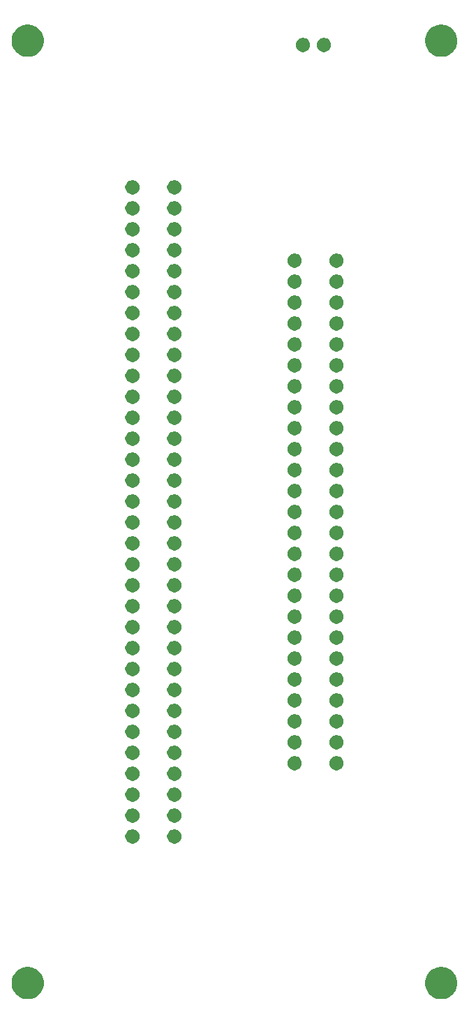
<source format=gbs>
G04 #@! TF.GenerationSoftware,KiCad,Pcbnew,5.0.1-33cea8e~68~ubuntu18.04.1*
G04 #@! TF.CreationDate,2018-11-20T23:31:39-05:00*
G04 #@! TF.ProjectId,power-pcb,706F7765722D7063622E6B696361645F,0.1*
G04 #@! TF.SameCoordinates,Original*
G04 #@! TF.FileFunction,Soldermask,Bot*
G04 #@! TF.FilePolarity,Negative*
%FSLAX45Y45*%
G04 Gerber Fmt 4.5, Leading zero omitted, Abs format (unit mm)*
G04 Created by KiCad (PCBNEW 5.0.1-33cea8e~68~ubuntu18.04.1) date Tue 20 Nov 2018 11:31:39 PM EST*
%MOMM*%
%LPD*%
G01*
G04 APERTURE LIST*
%ADD10C,0.100000*%
G04 APERTURE END LIST*
D10*
G36*
X17252958Y-15811411D02*
X17265554Y-15813917D01*
X17280299Y-15820024D01*
X17301151Y-15828661D01*
X17333188Y-15850068D01*
X17360432Y-15877312D01*
X17381839Y-15909349D01*
X17396583Y-15944946D01*
X17404100Y-15982735D01*
X17404100Y-16021265D01*
X17396583Y-16059054D01*
X17381839Y-16094651D01*
X17360432Y-16126688D01*
X17333188Y-16153932D01*
X17301151Y-16175338D01*
X17280299Y-16183976D01*
X17265554Y-16190083D01*
X17252958Y-16192589D01*
X17227765Y-16197600D01*
X17189235Y-16197600D01*
X17164042Y-16192589D01*
X17151446Y-16190083D01*
X17136701Y-16183976D01*
X17115849Y-16175338D01*
X17083812Y-16153932D01*
X17056568Y-16126688D01*
X17035162Y-16094651D01*
X17020417Y-16059054D01*
X17012900Y-16021265D01*
X17012900Y-15982735D01*
X17020417Y-15944946D01*
X17035162Y-15909349D01*
X17056568Y-15877312D01*
X17083812Y-15850068D01*
X17115849Y-15828661D01*
X17136701Y-15820024D01*
X17151446Y-15813917D01*
X17164042Y-15811411D01*
X17189235Y-15806400D01*
X17227765Y-15806400D01*
X17252958Y-15811411D01*
X17252958Y-15811411D01*
G37*
G36*
X12236458Y-15811411D02*
X12249054Y-15813917D01*
X12263799Y-15820024D01*
X12284651Y-15828661D01*
X12316688Y-15850068D01*
X12343932Y-15877312D01*
X12365338Y-15909349D01*
X12380083Y-15944946D01*
X12387600Y-15982735D01*
X12387600Y-16021265D01*
X12380083Y-16059054D01*
X12365338Y-16094651D01*
X12343932Y-16126688D01*
X12316688Y-16153932D01*
X12284651Y-16175338D01*
X12263799Y-16183976D01*
X12249054Y-16190083D01*
X12236458Y-16192589D01*
X12211265Y-16197600D01*
X12172735Y-16197600D01*
X12147542Y-16192589D01*
X12134946Y-16190083D01*
X12120201Y-16183976D01*
X12099349Y-16175338D01*
X12067312Y-16153932D01*
X12040068Y-16126688D01*
X12018661Y-16094651D01*
X12003917Y-16059054D01*
X11996400Y-16021265D01*
X11996400Y-15982735D01*
X12003917Y-15944946D01*
X12018661Y-15909349D01*
X12040068Y-15877312D01*
X12067312Y-15850068D01*
X12099349Y-15828661D01*
X12120201Y-15820024D01*
X12134946Y-15813917D01*
X12147542Y-15811411D01*
X12172735Y-15806400D01*
X12211265Y-15806400D01*
X12236458Y-15811411D01*
X12236458Y-15811411D01*
G37*
G36*
X13487190Y-14140959D02*
X13502907Y-14147469D01*
X13517051Y-14156920D01*
X13529080Y-14168949D01*
X13538531Y-14183093D01*
X13545041Y-14198810D01*
X13548360Y-14215494D01*
X13548360Y-14232506D01*
X13545041Y-14249190D01*
X13538531Y-14264907D01*
X13529080Y-14279051D01*
X13517051Y-14291080D01*
X13502907Y-14300531D01*
X13487190Y-14307041D01*
X13470506Y-14310360D01*
X13453494Y-14310360D01*
X13436810Y-14307041D01*
X13421093Y-14300531D01*
X13406949Y-14291080D01*
X13394920Y-14279051D01*
X13385469Y-14264907D01*
X13378959Y-14249190D01*
X13375640Y-14232506D01*
X13375640Y-14215494D01*
X13378959Y-14198810D01*
X13385469Y-14183093D01*
X13394920Y-14168949D01*
X13406949Y-14156920D01*
X13421093Y-14147469D01*
X13436810Y-14140959D01*
X13453494Y-14137640D01*
X13470506Y-14137640D01*
X13487190Y-14140959D01*
X13487190Y-14140959D01*
G37*
G36*
X13995190Y-14140959D02*
X14010907Y-14147469D01*
X14025051Y-14156920D01*
X14037080Y-14168949D01*
X14046531Y-14183093D01*
X14053041Y-14198810D01*
X14056360Y-14215494D01*
X14056360Y-14232506D01*
X14053041Y-14249190D01*
X14046531Y-14264907D01*
X14037080Y-14279051D01*
X14025051Y-14291080D01*
X14010907Y-14300531D01*
X13995190Y-14307041D01*
X13978506Y-14310360D01*
X13961494Y-14310360D01*
X13944810Y-14307041D01*
X13929093Y-14300531D01*
X13914949Y-14291080D01*
X13902920Y-14279051D01*
X13893469Y-14264907D01*
X13886959Y-14249190D01*
X13883640Y-14232506D01*
X13883640Y-14215494D01*
X13886959Y-14198810D01*
X13893469Y-14183093D01*
X13902920Y-14168949D01*
X13914949Y-14156920D01*
X13929093Y-14147469D01*
X13944810Y-14140959D01*
X13961494Y-14137640D01*
X13978506Y-14137640D01*
X13995190Y-14140959D01*
X13995190Y-14140959D01*
G37*
G36*
X13995190Y-13886959D02*
X14010907Y-13893469D01*
X14025051Y-13902920D01*
X14037080Y-13914949D01*
X14046531Y-13929093D01*
X14053041Y-13944810D01*
X14056360Y-13961494D01*
X14056360Y-13978506D01*
X14053041Y-13995190D01*
X14046531Y-14010907D01*
X14037080Y-14025051D01*
X14025051Y-14037080D01*
X14010907Y-14046531D01*
X13995190Y-14053041D01*
X13978506Y-14056360D01*
X13961494Y-14056360D01*
X13944810Y-14053041D01*
X13929093Y-14046531D01*
X13914949Y-14037080D01*
X13902920Y-14025051D01*
X13893469Y-14010907D01*
X13886959Y-13995190D01*
X13883640Y-13978506D01*
X13883640Y-13961494D01*
X13886959Y-13944810D01*
X13893469Y-13929093D01*
X13902920Y-13914949D01*
X13914949Y-13902920D01*
X13929093Y-13893469D01*
X13944810Y-13886959D01*
X13961494Y-13883640D01*
X13978506Y-13883640D01*
X13995190Y-13886959D01*
X13995190Y-13886959D01*
G37*
G36*
X13487190Y-13886959D02*
X13502907Y-13893469D01*
X13517051Y-13902920D01*
X13529080Y-13914949D01*
X13538531Y-13929093D01*
X13545041Y-13944810D01*
X13548360Y-13961494D01*
X13548360Y-13978506D01*
X13545041Y-13995190D01*
X13538531Y-14010907D01*
X13529080Y-14025051D01*
X13517051Y-14037080D01*
X13502907Y-14046531D01*
X13487190Y-14053041D01*
X13470506Y-14056360D01*
X13453494Y-14056360D01*
X13436810Y-14053041D01*
X13421093Y-14046531D01*
X13406949Y-14037080D01*
X13394920Y-14025051D01*
X13385469Y-14010907D01*
X13378959Y-13995190D01*
X13375640Y-13978506D01*
X13375640Y-13961494D01*
X13378959Y-13944810D01*
X13385469Y-13929093D01*
X13394920Y-13914949D01*
X13406949Y-13902920D01*
X13421093Y-13893469D01*
X13436810Y-13886959D01*
X13453494Y-13883640D01*
X13470506Y-13883640D01*
X13487190Y-13886959D01*
X13487190Y-13886959D01*
G37*
G36*
X13995190Y-13632959D02*
X14010907Y-13639469D01*
X14025051Y-13648920D01*
X14037080Y-13660949D01*
X14046531Y-13675093D01*
X14053041Y-13690810D01*
X14056360Y-13707494D01*
X14056360Y-13724506D01*
X14053041Y-13741190D01*
X14046531Y-13756907D01*
X14037080Y-13771051D01*
X14025051Y-13783080D01*
X14010907Y-13792531D01*
X13995190Y-13799041D01*
X13978506Y-13802360D01*
X13961494Y-13802360D01*
X13944810Y-13799041D01*
X13929093Y-13792531D01*
X13914949Y-13783080D01*
X13902920Y-13771051D01*
X13893469Y-13756907D01*
X13886959Y-13741190D01*
X13883640Y-13724506D01*
X13883640Y-13707494D01*
X13886959Y-13690810D01*
X13893469Y-13675093D01*
X13902920Y-13660949D01*
X13914949Y-13648920D01*
X13929093Y-13639469D01*
X13944810Y-13632959D01*
X13961494Y-13629640D01*
X13978506Y-13629640D01*
X13995190Y-13632959D01*
X13995190Y-13632959D01*
G37*
G36*
X13487190Y-13632959D02*
X13502907Y-13639469D01*
X13517051Y-13648920D01*
X13529080Y-13660949D01*
X13538531Y-13675093D01*
X13545041Y-13690810D01*
X13548360Y-13707494D01*
X13548360Y-13724506D01*
X13545041Y-13741190D01*
X13538531Y-13756907D01*
X13529080Y-13771051D01*
X13517051Y-13783080D01*
X13502907Y-13792531D01*
X13487190Y-13799041D01*
X13470506Y-13802360D01*
X13453494Y-13802360D01*
X13436810Y-13799041D01*
X13421093Y-13792531D01*
X13406949Y-13783080D01*
X13394920Y-13771051D01*
X13385469Y-13756907D01*
X13378959Y-13741190D01*
X13375640Y-13724506D01*
X13375640Y-13707494D01*
X13378959Y-13690810D01*
X13385469Y-13675093D01*
X13394920Y-13660949D01*
X13406949Y-13648920D01*
X13421093Y-13639469D01*
X13436810Y-13632959D01*
X13453494Y-13629640D01*
X13470506Y-13629640D01*
X13487190Y-13632959D01*
X13487190Y-13632959D01*
G37*
G36*
X13487190Y-13378959D02*
X13502907Y-13385469D01*
X13517051Y-13394920D01*
X13529080Y-13406949D01*
X13538531Y-13421093D01*
X13545041Y-13436810D01*
X13548360Y-13453494D01*
X13548360Y-13470506D01*
X13545041Y-13487190D01*
X13538531Y-13502907D01*
X13529080Y-13517051D01*
X13517051Y-13529080D01*
X13502907Y-13538531D01*
X13487190Y-13545041D01*
X13470506Y-13548360D01*
X13453494Y-13548360D01*
X13436810Y-13545041D01*
X13421093Y-13538531D01*
X13406949Y-13529080D01*
X13394920Y-13517051D01*
X13385469Y-13502907D01*
X13378959Y-13487190D01*
X13375640Y-13470506D01*
X13375640Y-13453494D01*
X13378959Y-13436810D01*
X13385469Y-13421093D01*
X13394920Y-13406949D01*
X13406949Y-13394920D01*
X13421093Y-13385469D01*
X13436810Y-13378959D01*
X13453494Y-13375640D01*
X13470506Y-13375640D01*
X13487190Y-13378959D01*
X13487190Y-13378959D01*
G37*
G36*
X13995190Y-13378959D02*
X14010907Y-13385469D01*
X14025051Y-13394920D01*
X14037080Y-13406949D01*
X14046531Y-13421093D01*
X14053041Y-13436810D01*
X14056360Y-13453494D01*
X14056360Y-13470506D01*
X14053041Y-13487190D01*
X14046531Y-13502907D01*
X14037080Y-13517051D01*
X14025051Y-13529080D01*
X14010907Y-13538531D01*
X13995190Y-13545041D01*
X13978506Y-13548360D01*
X13961494Y-13548360D01*
X13944810Y-13545041D01*
X13929093Y-13538531D01*
X13914949Y-13529080D01*
X13902920Y-13517051D01*
X13893469Y-13502907D01*
X13886959Y-13487190D01*
X13883640Y-13470506D01*
X13883640Y-13453494D01*
X13886959Y-13436810D01*
X13893469Y-13421093D01*
X13902920Y-13406949D01*
X13914949Y-13394920D01*
X13929093Y-13385469D01*
X13944810Y-13378959D01*
X13961494Y-13375640D01*
X13978506Y-13375640D01*
X13995190Y-13378959D01*
X13995190Y-13378959D01*
G37*
G36*
X15455690Y-13251959D02*
X15471407Y-13258469D01*
X15485551Y-13267920D01*
X15497580Y-13279949D01*
X15507031Y-13294093D01*
X15513541Y-13309810D01*
X15516860Y-13326494D01*
X15516860Y-13343506D01*
X15513541Y-13360190D01*
X15507031Y-13375907D01*
X15497580Y-13390051D01*
X15485551Y-13402080D01*
X15471407Y-13411531D01*
X15455690Y-13418041D01*
X15439006Y-13421360D01*
X15421994Y-13421360D01*
X15405310Y-13418041D01*
X15389593Y-13411531D01*
X15375449Y-13402080D01*
X15363420Y-13390051D01*
X15353969Y-13375907D01*
X15347459Y-13360190D01*
X15344140Y-13343506D01*
X15344140Y-13326494D01*
X15347459Y-13309810D01*
X15353969Y-13294093D01*
X15363420Y-13279949D01*
X15375449Y-13267920D01*
X15389593Y-13258469D01*
X15405310Y-13251959D01*
X15421994Y-13248640D01*
X15439006Y-13248640D01*
X15455690Y-13251959D01*
X15455690Y-13251959D01*
G37*
G36*
X15963690Y-13251959D02*
X15979407Y-13258469D01*
X15993551Y-13267920D01*
X16005580Y-13279949D01*
X16015031Y-13294093D01*
X16021541Y-13309810D01*
X16024860Y-13326494D01*
X16024860Y-13343506D01*
X16021541Y-13360190D01*
X16015031Y-13375907D01*
X16005580Y-13390051D01*
X15993551Y-13402080D01*
X15979407Y-13411531D01*
X15963690Y-13418041D01*
X15947006Y-13421360D01*
X15929994Y-13421360D01*
X15913310Y-13418041D01*
X15897593Y-13411531D01*
X15883449Y-13402080D01*
X15871420Y-13390051D01*
X15861969Y-13375907D01*
X15855459Y-13360190D01*
X15852140Y-13343506D01*
X15852140Y-13326494D01*
X15855459Y-13309810D01*
X15861969Y-13294093D01*
X15871420Y-13279949D01*
X15883449Y-13267920D01*
X15897593Y-13258469D01*
X15913310Y-13251959D01*
X15929994Y-13248640D01*
X15947006Y-13248640D01*
X15963690Y-13251959D01*
X15963690Y-13251959D01*
G37*
G36*
X13487190Y-13124959D02*
X13502907Y-13131469D01*
X13517051Y-13140920D01*
X13529080Y-13152949D01*
X13538531Y-13167093D01*
X13545041Y-13182810D01*
X13548360Y-13199494D01*
X13548360Y-13216506D01*
X13545041Y-13233190D01*
X13538531Y-13248907D01*
X13529080Y-13263051D01*
X13517051Y-13275080D01*
X13502907Y-13284531D01*
X13487190Y-13291041D01*
X13470506Y-13294360D01*
X13453494Y-13294360D01*
X13436810Y-13291041D01*
X13421093Y-13284531D01*
X13406949Y-13275080D01*
X13394920Y-13263051D01*
X13385469Y-13248907D01*
X13378959Y-13233190D01*
X13375640Y-13216506D01*
X13375640Y-13199494D01*
X13378959Y-13182810D01*
X13385469Y-13167093D01*
X13394920Y-13152949D01*
X13406949Y-13140920D01*
X13421093Y-13131469D01*
X13436810Y-13124959D01*
X13453494Y-13121640D01*
X13470506Y-13121640D01*
X13487190Y-13124959D01*
X13487190Y-13124959D01*
G37*
G36*
X13995190Y-13124959D02*
X14010907Y-13131469D01*
X14025051Y-13140920D01*
X14037080Y-13152949D01*
X14046531Y-13167093D01*
X14053041Y-13182810D01*
X14056360Y-13199494D01*
X14056360Y-13216506D01*
X14053041Y-13233190D01*
X14046531Y-13248907D01*
X14037080Y-13263051D01*
X14025051Y-13275080D01*
X14010907Y-13284531D01*
X13995190Y-13291041D01*
X13978506Y-13294360D01*
X13961494Y-13294360D01*
X13944810Y-13291041D01*
X13929093Y-13284531D01*
X13914949Y-13275080D01*
X13902920Y-13263051D01*
X13893469Y-13248907D01*
X13886959Y-13233190D01*
X13883640Y-13216506D01*
X13883640Y-13199494D01*
X13886959Y-13182810D01*
X13893469Y-13167093D01*
X13902920Y-13152949D01*
X13914949Y-13140920D01*
X13929093Y-13131469D01*
X13944810Y-13124959D01*
X13961494Y-13121640D01*
X13978506Y-13121640D01*
X13995190Y-13124959D01*
X13995190Y-13124959D01*
G37*
G36*
X15455690Y-12997959D02*
X15471407Y-13004469D01*
X15485551Y-13013920D01*
X15497580Y-13025949D01*
X15507031Y-13040093D01*
X15513541Y-13055810D01*
X15516860Y-13072494D01*
X15516860Y-13089506D01*
X15513541Y-13106190D01*
X15507031Y-13121907D01*
X15497580Y-13136051D01*
X15485551Y-13148080D01*
X15471407Y-13157531D01*
X15455690Y-13164041D01*
X15439006Y-13167360D01*
X15421994Y-13167360D01*
X15405310Y-13164041D01*
X15389593Y-13157531D01*
X15375449Y-13148080D01*
X15363420Y-13136051D01*
X15353969Y-13121907D01*
X15347459Y-13106190D01*
X15344140Y-13089506D01*
X15344140Y-13072494D01*
X15347459Y-13055810D01*
X15353969Y-13040093D01*
X15363420Y-13025949D01*
X15375449Y-13013920D01*
X15389593Y-13004469D01*
X15405310Y-12997959D01*
X15421994Y-12994640D01*
X15439006Y-12994640D01*
X15455690Y-12997959D01*
X15455690Y-12997959D01*
G37*
G36*
X15963690Y-12997959D02*
X15979407Y-13004469D01*
X15993551Y-13013920D01*
X16005580Y-13025949D01*
X16015031Y-13040093D01*
X16021541Y-13055810D01*
X16024860Y-13072494D01*
X16024860Y-13089506D01*
X16021541Y-13106190D01*
X16015031Y-13121907D01*
X16005580Y-13136051D01*
X15993551Y-13148080D01*
X15979407Y-13157531D01*
X15963690Y-13164041D01*
X15947006Y-13167360D01*
X15929994Y-13167360D01*
X15913310Y-13164041D01*
X15897593Y-13157531D01*
X15883449Y-13148080D01*
X15871420Y-13136051D01*
X15861969Y-13121907D01*
X15855459Y-13106190D01*
X15852140Y-13089506D01*
X15852140Y-13072494D01*
X15855459Y-13055810D01*
X15861969Y-13040093D01*
X15871420Y-13025949D01*
X15883449Y-13013920D01*
X15897593Y-13004469D01*
X15913310Y-12997959D01*
X15929994Y-12994640D01*
X15947006Y-12994640D01*
X15963690Y-12997959D01*
X15963690Y-12997959D01*
G37*
G36*
X13487190Y-12870959D02*
X13502907Y-12877469D01*
X13517051Y-12886920D01*
X13529080Y-12898949D01*
X13538531Y-12913093D01*
X13545041Y-12928810D01*
X13548360Y-12945494D01*
X13548360Y-12962506D01*
X13545041Y-12979190D01*
X13538531Y-12994907D01*
X13529080Y-13009051D01*
X13517051Y-13021080D01*
X13502907Y-13030531D01*
X13487190Y-13037041D01*
X13470506Y-13040360D01*
X13453494Y-13040360D01*
X13436810Y-13037041D01*
X13421093Y-13030531D01*
X13406949Y-13021080D01*
X13394920Y-13009051D01*
X13385469Y-12994907D01*
X13378959Y-12979190D01*
X13375640Y-12962506D01*
X13375640Y-12945494D01*
X13378959Y-12928810D01*
X13385469Y-12913093D01*
X13394920Y-12898949D01*
X13406949Y-12886920D01*
X13421093Y-12877469D01*
X13436810Y-12870959D01*
X13453494Y-12867640D01*
X13470506Y-12867640D01*
X13487190Y-12870959D01*
X13487190Y-12870959D01*
G37*
G36*
X13995190Y-12870959D02*
X14010907Y-12877469D01*
X14025051Y-12886920D01*
X14037080Y-12898949D01*
X14046531Y-12913093D01*
X14053041Y-12928810D01*
X14056360Y-12945494D01*
X14056360Y-12962506D01*
X14053041Y-12979190D01*
X14046531Y-12994907D01*
X14037080Y-13009051D01*
X14025051Y-13021080D01*
X14010907Y-13030531D01*
X13995190Y-13037041D01*
X13978506Y-13040360D01*
X13961494Y-13040360D01*
X13944810Y-13037041D01*
X13929093Y-13030531D01*
X13914949Y-13021080D01*
X13902920Y-13009051D01*
X13893469Y-12994907D01*
X13886959Y-12979190D01*
X13883640Y-12962506D01*
X13883640Y-12945494D01*
X13886959Y-12928810D01*
X13893469Y-12913093D01*
X13902920Y-12898949D01*
X13914949Y-12886920D01*
X13929093Y-12877469D01*
X13944810Y-12870959D01*
X13961494Y-12867640D01*
X13978506Y-12867640D01*
X13995190Y-12870959D01*
X13995190Y-12870959D01*
G37*
G36*
X15455690Y-12743959D02*
X15471407Y-12750469D01*
X15485551Y-12759920D01*
X15497580Y-12771949D01*
X15507031Y-12786093D01*
X15513541Y-12801810D01*
X15516860Y-12818494D01*
X15516860Y-12835506D01*
X15513541Y-12852190D01*
X15507031Y-12867907D01*
X15497580Y-12882051D01*
X15485551Y-12894080D01*
X15471407Y-12903531D01*
X15455690Y-12910041D01*
X15439006Y-12913360D01*
X15421994Y-12913360D01*
X15405310Y-12910041D01*
X15389593Y-12903531D01*
X15375449Y-12894080D01*
X15363420Y-12882051D01*
X15353969Y-12867907D01*
X15347459Y-12852190D01*
X15344140Y-12835506D01*
X15344140Y-12818494D01*
X15347459Y-12801810D01*
X15353969Y-12786093D01*
X15363420Y-12771949D01*
X15375449Y-12759920D01*
X15389593Y-12750469D01*
X15405310Y-12743959D01*
X15421994Y-12740640D01*
X15439006Y-12740640D01*
X15455690Y-12743959D01*
X15455690Y-12743959D01*
G37*
G36*
X15963690Y-12743959D02*
X15979407Y-12750469D01*
X15993551Y-12759920D01*
X16005580Y-12771949D01*
X16015031Y-12786093D01*
X16021541Y-12801810D01*
X16024860Y-12818494D01*
X16024860Y-12835506D01*
X16021541Y-12852190D01*
X16015031Y-12867907D01*
X16005580Y-12882051D01*
X15993551Y-12894080D01*
X15979407Y-12903531D01*
X15963690Y-12910041D01*
X15947006Y-12913360D01*
X15929994Y-12913360D01*
X15913310Y-12910041D01*
X15897593Y-12903531D01*
X15883449Y-12894080D01*
X15871420Y-12882051D01*
X15861969Y-12867907D01*
X15855459Y-12852190D01*
X15852140Y-12835506D01*
X15852140Y-12818494D01*
X15855459Y-12801810D01*
X15861969Y-12786093D01*
X15871420Y-12771949D01*
X15883449Y-12759920D01*
X15897593Y-12750469D01*
X15913310Y-12743959D01*
X15929994Y-12740640D01*
X15947006Y-12740640D01*
X15963690Y-12743959D01*
X15963690Y-12743959D01*
G37*
G36*
X13487190Y-12616959D02*
X13502907Y-12623469D01*
X13517051Y-12632920D01*
X13529080Y-12644949D01*
X13538531Y-12659093D01*
X13545041Y-12674810D01*
X13548360Y-12691494D01*
X13548360Y-12708506D01*
X13545041Y-12725190D01*
X13538531Y-12740907D01*
X13529080Y-12755051D01*
X13517051Y-12767080D01*
X13502907Y-12776531D01*
X13487190Y-12783041D01*
X13470506Y-12786360D01*
X13453494Y-12786360D01*
X13436810Y-12783041D01*
X13421093Y-12776531D01*
X13406949Y-12767080D01*
X13394920Y-12755051D01*
X13385469Y-12740907D01*
X13378959Y-12725190D01*
X13375640Y-12708506D01*
X13375640Y-12691494D01*
X13378959Y-12674810D01*
X13385469Y-12659093D01*
X13394920Y-12644949D01*
X13406949Y-12632920D01*
X13421093Y-12623469D01*
X13436810Y-12616959D01*
X13453494Y-12613640D01*
X13470506Y-12613640D01*
X13487190Y-12616959D01*
X13487190Y-12616959D01*
G37*
G36*
X13995190Y-12616959D02*
X14010907Y-12623469D01*
X14025051Y-12632920D01*
X14037080Y-12644949D01*
X14046531Y-12659093D01*
X14053041Y-12674810D01*
X14056360Y-12691494D01*
X14056360Y-12708506D01*
X14053041Y-12725190D01*
X14046531Y-12740907D01*
X14037080Y-12755051D01*
X14025051Y-12767080D01*
X14010907Y-12776531D01*
X13995190Y-12783041D01*
X13978506Y-12786360D01*
X13961494Y-12786360D01*
X13944810Y-12783041D01*
X13929093Y-12776531D01*
X13914949Y-12767080D01*
X13902920Y-12755051D01*
X13893469Y-12740907D01*
X13886959Y-12725190D01*
X13883640Y-12708506D01*
X13883640Y-12691494D01*
X13886959Y-12674810D01*
X13893469Y-12659093D01*
X13902920Y-12644949D01*
X13914949Y-12632920D01*
X13929093Y-12623469D01*
X13944810Y-12616959D01*
X13961494Y-12613640D01*
X13978506Y-12613640D01*
X13995190Y-12616959D01*
X13995190Y-12616959D01*
G37*
G36*
X15455690Y-12489959D02*
X15471407Y-12496469D01*
X15485551Y-12505920D01*
X15497580Y-12517949D01*
X15507031Y-12532093D01*
X15513541Y-12547810D01*
X15516860Y-12564494D01*
X15516860Y-12581506D01*
X15513541Y-12598190D01*
X15507031Y-12613907D01*
X15497580Y-12628051D01*
X15485551Y-12640080D01*
X15471407Y-12649531D01*
X15455690Y-12656041D01*
X15439006Y-12659360D01*
X15421994Y-12659360D01*
X15405310Y-12656041D01*
X15389593Y-12649531D01*
X15375449Y-12640080D01*
X15363420Y-12628051D01*
X15353969Y-12613907D01*
X15347459Y-12598190D01*
X15344140Y-12581506D01*
X15344140Y-12564494D01*
X15347459Y-12547810D01*
X15353969Y-12532093D01*
X15363420Y-12517949D01*
X15375449Y-12505920D01*
X15389593Y-12496469D01*
X15405310Y-12489959D01*
X15421994Y-12486640D01*
X15439006Y-12486640D01*
X15455690Y-12489959D01*
X15455690Y-12489959D01*
G37*
G36*
X15963690Y-12489959D02*
X15979407Y-12496469D01*
X15993551Y-12505920D01*
X16005580Y-12517949D01*
X16015031Y-12532093D01*
X16021541Y-12547810D01*
X16024860Y-12564494D01*
X16024860Y-12581506D01*
X16021541Y-12598190D01*
X16015031Y-12613907D01*
X16005580Y-12628051D01*
X15993551Y-12640080D01*
X15979407Y-12649531D01*
X15963690Y-12656041D01*
X15947006Y-12659360D01*
X15929994Y-12659360D01*
X15913310Y-12656041D01*
X15897593Y-12649531D01*
X15883449Y-12640080D01*
X15871420Y-12628051D01*
X15861969Y-12613907D01*
X15855459Y-12598190D01*
X15852140Y-12581506D01*
X15852140Y-12564494D01*
X15855459Y-12547810D01*
X15861969Y-12532093D01*
X15871420Y-12517949D01*
X15883449Y-12505920D01*
X15897593Y-12496469D01*
X15913310Y-12489959D01*
X15929994Y-12486640D01*
X15947006Y-12486640D01*
X15963690Y-12489959D01*
X15963690Y-12489959D01*
G37*
G36*
X13995190Y-12362959D02*
X14010907Y-12369469D01*
X14025051Y-12378920D01*
X14037080Y-12390949D01*
X14046531Y-12405093D01*
X14053041Y-12420810D01*
X14056360Y-12437494D01*
X14056360Y-12454506D01*
X14053041Y-12471190D01*
X14046531Y-12486907D01*
X14037080Y-12501051D01*
X14025051Y-12513080D01*
X14010907Y-12522531D01*
X13995190Y-12529041D01*
X13978506Y-12532360D01*
X13961494Y-12532360D01*
X13944810Y-12529041D01*
X13929093Y-12522531D01*
X13914949Y-12513080D01*
X13902920Y-12501051D01*
X13893469Y-12486907D01*
X13886959Y-12471190D01*
X13883640Y-12454506D01*
X13883640Y-12437494D01*
X13886959Y-12420810D01*
X13893469Y-12405093D01*
X13902920Y-12390949D01*
X13914949Y-12378920D01*
X13929093Y-12369469D01*
X13944810Y-12362959D01*
X13961494Y-12359640D01*
X13978506Y-12359640D01*
X13995190Y-12362959D01*
X13995190Y-12362959D01*
G37*
G36*
X13487190Y-12362959D02*
X13502907Y-12369469D01*
X13517051Y-12378920D01*
X13529080Y-12390949D01*
X13538531Y-12405093D01*
X13545041Y-12420810D01*
X13548360Y-12437494D01*
X13548360Y-12454506D01*
X13545041Y-12471190D01*
X13538531Y-12486907D01*
X13529080Y-12501051D01*
X13517051Y-12513080D01*
X13502907Y-12522531D01*
X13487190Y-12529041D01*
X13470506Y-12532360D01*
X13453494Y-12532360D01*
X13436810Y-12529041D01*
X13421093Y-12522531D01*
X13406949Y-12513080D01*
X13394920Y-12501051D01*
X13385469Y-12486907D01*
X13378959Y-12471190D01*
X13375640Y-12454506D01*
X13375640Y-12437494D01*
X13378959Y-12420810D01*
X13385469Y-12405093D01*
X13394920Y-12390949D01*
X13406949Y-12378920D01*
X13421093Y-12369469D01*
X13436810Y-12362959D01*
X13453494Y-12359640D01*
X13470506Y-12359640D01*
X13487190Y-12362959D01*
X13487190Y-12362959D01*
G37*
G36*
X15963690Y-12235959D02*
X15979407Y-12242469D01*
X15993551Y-12251920D01*
X16005580Y-12263949D01*
X16015031Y-12278093D01*
X16021541Y-12293810D01*
X16024860Y-12310494D01*
X16024860Y-12327506D01*
X16021541Y-12344190D01*
X16015031Y-12359907D01*
X16005580Y-12374051D01*
X15993551Y-12386080D01*
X15979407Y-12395531D01*
X15963690Y-12402041D01*
X15947006Y-12405360D01*
X15929994Y-12405360D01*
X15913310Y-12402041D01*
X15897593Y-12395531D01*
X15883449Y-12386080D01*
X15871420Y-12374051D01*
X15861969Y-12359907D01*
X15855459Y-12344190D01*
X15852140Y-12327506D01*
X15852140Y-12310494D01*
X15855459Y-12293810D01*
X15861969Y-12278093D01*
X15871420Y-12263949D01*
X15883449Y-12251920D01*
X15897593Y-12242469D01*
X15913310Y-12235959D01*
X15929994Y-12232640D01*
X15947006Y-12232640D01*
X15963690Y-12235959D01*
X15963690Y-12235959D01*
G37*
G36*
X15455690Y-12235959D02*
X15471407Y-12242469D01*
X15485551Y-12251920D01*
X15497580Y-12263949D01*
X15507031Y-12278093D01*
X15513541Y-12293810D01*
X15516860Y-12310494D01*
X15516860Y-12327506D01*
X15513541Y-12344190D01*
X15507031Y-12359907D01*
X15497580Y-12374051D01*
X15485551Y-12386080D01*
X15471407Y-12395531D01*
X15455690Y-12402041D01*
X15439006Y-12405360D01*
X15421994Y-12405360D01*
X15405310Y-12402041D01*
X15389593Y-12395531D01*
X15375449Y-12386080D01*
X15363420Y-12374051D01*
X15353969Y-12359907D01*
X15347459Y-12344190D01*
X15344140Y-12327506D01*
X15344140Y-12310494D01*
X15347459Y-12293810D01*
X15353969Y-12278093D01*
X15363420Y-12263949D01*
X15375449Y-12251920D01*
X15389593Y-12242469D01*
X15405310Y-12235959D01*
X15421994Y-12232640D01*
X15439006Y-12232640D01*
X15455690Y-12235959D01*
X15455690Y-12235959D01*
G37*
G36*
X13995190Y-12108959D02*
X14010907Y-12115469D01*
X14025051Y-12124920D01*
X14037080Y-12136949D01*
X14046531Y-12151093D01*
X14053041Y-12166810D01*
X14056360Y-12183494D01*
X14056360Y-12200506D01*
X14053041Y-12217190D01*
X14046531Y-12232907D01*
X14037080Y-12247051D01*
X14025051Y-12259080D01*
X14010907Y-12268531D01*
X13995190Y-12275041D01*
X13978506Y-12278360D01*
X13961494Y-12278360D01*
X13944810Y-12275041D01*
X13929093Y-12268531D01*
X13914949Y-12259080D01*
X13902920Y-12247051D01*
X13893469Y-12232907D01*
X13886959Y-12217190D01*
X13883640Y-12200506D01*
X13883640Y-12183494D01*
X13886959Y-12166810D01*
X13893469Y-12151093D01*
X13902920Y-12136949D01*
X13914949Y-12124920D01*
X13929093Y-12115469D01*
X13944810Y-12108959D01*
X13961494Y-12105640D01*
X13978506Y-12105640D01*
X13995190Y-12108959D01*
X13995190Y-12108959D01*
G37*
G36*
X13487190Y-12108959D02*
X13502907Y-12115469D01*
X13517051Y-12124920D01*
X13529080Y-12136949D01*
X13538531Y-12151093D01*
X13545041Y-12166810D01*
X13548360Y-12183494D01*
X13548360Y-12200506D01*
X13545041Y-12217190D01*
X13538531Y-12232907D01*
X13529080Y-12247051D01*
X13517051Y-12259080D01*
X13502907Y-12268531D01*
X13487190Y-12275041D01*
X13470506Y-12278360D01*
X13453494Y-12278360D01*
X13436810Y-12275041D01*
X13421093Y-12268531D01*
X13406949Y-12259080D01*
X13394920Y-12247051D01*
X13385469Y-12232907D01*
X13378959Y-12217190D01*
X13375640Y-12200506D01*
X13375640Y-12183494D01*
X13378959Y-12166810D01*
X13385469Y-12151093D01*
X13394920Y-12136949D01*
X13406949Y-12124920D01*
X13421093Y-12115469D01*
X13436810Y-12108959D01*
X13453494Y-12105640D01*
X13470506Y-12105640D01*
X13487190Y-12108959D01*
X13487190Y-12108959D01*
G37*
G36*
X15963690Y-11981959D02*
X15979407Y-11988469D01*
X15993551Y-11997920D01*
X16005580Y-12009949D01*
X16015031Y-12024093D01*
X16021541Y-12039810D01*
X16024860Y-12056494D01*
X16024860Y-12073506D01*
X16021541Y-12090190D01*
X16015031Y-12105907D01*
X16005580Y-12120051D01*
X15993551Y-12132080D01*
X15979407Y-12141531D01*
X15963690Y-12148041D01*
X15947006Y-12151360D01*
X15929994Y-12151360D01*
X15913310Y-12148041D01*
X15897593Y-12141531D01*
X15883449Y-12132080D01*
X15871420Y-12120051D01*
X15861969Y-12105907D01*
X15855459Y-12090190D01*
X15852140Y-12073506D01*
X15852140Y-12056494D01*
X15855459Y-12039810D01*
X15861969Y-12024093D01*
X15871420Y-12009949D01*
X15883449Y-11997920D01*
X15897593Y-11988469D01*
X15913310Y-11981959D01*
X15929994Y-11978640D01*
X15947006Y-11978640D01*
X15963690Y-11981959D01*
X15963690Y-11981959D01*
G37*
G36*
X15455690Y-11981959D02*
X15471407Y-11988469D01*
X15485551Y-11997920D01*
X15497580Y-12009949D01*
X15507031Y-12024093D01*
X15513541Y-12039810D01*
X15516860Y-12056494D01*
X15516860Y-12073506D01*
X15513541Y-12090190D01*
X15507031Y-12105907D01*
X15497580Y-12120051D01*
X15485551Y-12132080D01*
X15471407Y-12141531D01*
X15455690Y-12148041D01*
X15439006Y-12151360D01*
X15421994Y-12151360D01*
X15405310Y-12148041D01*
X15389593Y-12141531D01*
X15375449Y-12132080D01*
X15363420Y-12120051D01*
X15353969Y-12105907D01*
X15347459Y-12090190D01*
X15344140Y-12073506D01*
X15344140Y-12056494D01*
X15347459Y-12039810D01*
X15353969Y-12024093D01*
X15363420Y-12009949D01*
X15375449Y-11997920D01*
X15389593Y-11988469D01*
X15405310Y-11981959D01*
X15421994Y-11978640D01*
X15439006Y-11978640D01*
X15455690Y-11981959D01*
X15455690Y-11981959D01*
G37*
G36*
X13995190Y-11854959D02*
X14010907Y-11861469D01*
X14025051Y-11870920D01*
X14037080Y-11882949D01*
X14046531Y-11897093D01*
X14053041Y-11912810D01*
X14056360Y-11929494D01*
X14056360Y-11946506D01*
X14053041Y-11963190D01*
X14046531Y-11978907D01*
X14037080Y-11993051D01*
X14025051Y-12005080D01*
X14010907Y-12014531D01*
X13995190Y-12021041D01*
X13978506Y-12024360D01*
X13961494Y-12024360D01*
X13944810Y-12021041D01*
X13929093Y-12014531D01*
X13914949Y-12005080D01*
X13902920Y-11993051D01*
X13893469Y-11978907D01*
X13886959Y-11963190D01*
X13883640Y-11946506D01*
X13883640Y-11929494D01*
X13886959Y-11912810D01*
X13893469Y-11897093D01*
X13902920Y-11882949D01*
X13914949Y-11870920D01*
X13929093Y-11861469D01*
X13944810Y-11854959D01*
X13961494Y-11851640D01*
X13978506Y-11851640D01*
X13995190Y-11854959D01*
X13995190Y-11854959D01*
G37*
G36*
X13487190Y-11854959D02*
X13502907Y-11861469D01*
X13517051Y-11870920D01*
X13529080Y-11882949D01*
X13538531Y-11897093D01*
X13545041Y-11912810D01*
X13548360Y-11929494D01*
X13548360Y-11946506D01*
X13545041Y-11963190D01*
X13538531Y-11978907D01*
X13529080Y-11993051D01*
X13517051Y-12005080D01*
X13502907Y-12014531D01*
X13487190Y-12021041D01*
X13470506Y-12024360D01*
X13453494Y-12024360D01*
X13436810Y-12021041D01*
X13421093Y-12014531D01*
X13406949Y-12005080D01*
X13394920Y-11993051D01*
X13385469Y-11978907D01*
X13378959Y-11963190D01*
X13375640Y-11946506D01*
X13375640Y-11929494D01*
X13378959Y-11912810D01*
X13385469Y-11897093D01*
X13394920Y-11882949D01*
X13406949Y-11870920D01*
X13421093Y-11861469D01*
X13436810Y-11854959D01*
X13453494Y-11851640D01*
X13470506Y-11851640D01*
X13487190Y-11854959D01*
X13487190Y-11854959D01*
G37*
G36*
X15963690Y-11727959D02*
X15979407Y-11734469D01*
X15993551Y-11743920D01*
X16005580Y-11755949D01*
X16015031Y-11770093D01*
X16021541Y-11785810D01*
X16024860Y-11802494D01*
X16024860Y-11819506D01*
X16021541Y-11836190D01*
X16015031Y-11851907D01*
X16005580Y-11866051D01*
X15993551Y-11878080D01*
X15979407Y-11887531D01*
X15963690Y-11894041D01*
X15947006Y-11897360D01*
X15929994Y-11897360D01*
X15913310Y-11894041D01*
X15897593Y-11887531D01*
X15883449Y-11878080D01*
X15871420Y-11866051D01*
X15861969Y-11851907D01*
X15855459Y-11836190D01*
X15852140Y-11819506D01*
X15852140Y-11802494D01*
X15855459Y-11785810D01*
X15861969Y-11770093D01*
X15871420Y-11755949D01*
X15883449Y-11743920D01*
X15897593Y-11734469D01*
X15913310Y-11727959D01*
X15929994Y-11724640D01*
X15947006Y-11724640D01*
X15963690Y-11727959D01*
X15963690Y-11727959D01*
G37*
G36*
X15455690Y-11727959D02*
X15471407Y-11734469D01*
X15485551Y-11743920D01*
X15497580Y-11755949D01*
X15507031Y-11770093D01*
X15513541Y-11785810D01*
X15516860Y-11802494D01*
X15516860Y-11819506D01*
X15513541Y-11836190D01*
X15507031Y-11851907D01*
X15497580Y-11866051D01*
X15485551Y-11878080D01*
X15471407Y-11887531D01*
X15455690Y-11894041D01*
X15439006Y-11897360D01*
X15421994Y-11897360D01*
X15405310Y-11894041D01*
X15389593Y-11887531D01*
X15375449Y-11878080D01*
X15363420Y-11866051D01*
X15353969Y-11851907D01*
X15347459Y-11836190D01*
X15344140Y-11819506D01*
X15344140Y-11802494D01*
X15347459Y-11785810D01*
X15353969Y-11770093D01*
X15363420Y-11755949D01*
X15375449Y-11743920D01*
X15389593Y-11734469D01*
X15405310Y-11727959D01*
X15421994Y-11724640D01*
X15439006Y-11724640D01*
X15455690Y-11727959D01*
X15455690Y-11727959D01*
G37*
G36*
X13995190Y-11600959D02*
X14010907Y-11607469D01*
X14025051Y-11616920D01*
X14037080Y-11628949D01*
X14046531Y-11643093D01*
X14053041Y-11658810D01*
X14056360Y-11675494D01*
X14056360Y-11692506D01*
X14053041Y-11709190D01*
X14046531Y-11724907D01*
X14037080Y-11739051D01*
X14025051Y-11751080D01*
X14010907Y-11760531D01*
X13995190Y-11767041D01*
X13978506Y-11770360D01*
X13961494Y-11770360D01*
X13944810Y-11767041D01*
X13929093Y-11760531D01*
X13914949Y-11751080D01*
X13902920Y-11739051D01*
X13893469Y-11724907D01*
X13886959Y-11709190D01*
X13883640Y-11692506D01*
X13883640Y-11675494D01*
X13886959Y-11658810D01*
X13893469Y-11643093D01*
X13902920Y-11628949D01*
X13914949Y-11616920D01*
X13929093Y-11607469D01*
X13944810Y-11600959D01*
X13961494Y-11597640D01*
X13978506Y-11597640D01*
X13995190Y-11600959D01*
X13995190Y-11600959D01*
G37*
G36*
X13487190Y-11600959D02*
X13502907Y-11607469D01*
X13517051Y-11616920D01*
X13529080Y-11628949D01*
X13538531Y-11643093D01*
X13545041Y-11658810D01*
X13548360Y-11675494D01*
X13548360Y-11692506D01*
X13545041Y-11709190D01*
X13538531Y-11724907D01*
X13529080Y-11739051D01*
X13517051Y-11751080D01*
X13502907Y-11760531D01*
X13487190Y-11767041D01*
X13470506Y-11770360D01*
X13453494Y-11770360D01*
X13436810Y-11767041D01*
X13421093Y-11760531D01*
X13406949Y-11751080D01*
X13394920Y-11739051D01*
X13385469Y-11724907D01*
X13378959Y-11709190D01*
X13375640Y-11692506D01*
X13375640Y-11675494D01*
X13378959Y-11658810D01*
X13385469Y-11643093D01*
X13394920Y-11628949D01*
X13406949Y-11616920D01*
X13421093Y-11607469D01*
X13436810Y-11600959D01*
X13453494Y-11597640D01*
X13470506Y-11597640D01*
X13487190Y-11600959D01*
X13487190Y-11600959D01*
G37*
G36*
X15963690Y-11473959D02*
X15979407Y-11480469D01*
X15993551Y-11489920D01*
X16005580Y-11501949D01*
X16015031Y-11516093D01*
X16021541Y-11531810D01*
X16024860Y-11548494D01*
X16024860Y-11565506D01*
X16021541Y-11582190D01*
X16015031Y-11597907D01*
X16005580Y-11612051D01*
X15993551Y-11624080D01*
X15979407Y-11633531D01*
X15963690Y-11640041D01*
X15947006Y-11643360D01*
X15929994Y-11643360D01*
X15913310Y-11640041D01*
X15897593Y-11633531D01*
X15883449Y-11624080D01*
X15871420Y-11612051D01*
X15861969Y-11597907D01*
X15855459Y-11582190D01*
X15852140Y-11565506D01*
X15852140Y-11548494D01*
X15855459Y-11531810D01*
X15861969Y-11516093D01*
X15871420Y-11501949D01*
X15883449Y-11489920D01*
X15897593Y-11480469D01*
X15913310Y-11473959D01*
X15929994Y-11470640D01*
X15947006Y-11470640D01*
X15963690Y-11473959D01*
X15963690Y-11473959D01*
G37*
G36*
X15455690Y-11473959D02*
X15471407Y-11480469D01*
X15485551Y-11489920D01*
X15497580Y-11501949D01*
X15507031Y-11516093D01*
X15513541Y-11531810D01*
X15516860Y-11548494D01*
X15516860Y-11565506D01*
X15513541Y-11582190D01*
X15507031Y-11597907D01*
X15497580Y-11612051D01*
X15485551Y-11624080D01*
X15471407Y-11633531D01*
X15455690Y-11640041D01*
X15439006Y-11643360D01*
X15421994Y-11643360D01*
X15405310Y-11640041D01*
X15389593Y-11633531D01*
X15375449Y-11624080D01*
X15363420Y-11612051D01*
X15353969Y-11597907D01*
X15347459Y-11582190D01*
X15344140Y-11565506D01*
X15344140Y-11548494D01*
X15347459Y-11531810D01*
X15353969Y-11516093D01*
X15363420Y-11501949D01*
X15375449Y-11489920D01*
X15389593Y-11480469D01*
X15405310Y-11473959D01*
X15421994Y-11470640D01*
X15439006Y-11470640D01*
X15455690Y-11473959D01*
X15455690Y-11473959D01*
G37*
G36*
X13995190Y-11346959D02*
X14010907Y-11353469D01*
X14025051Y-11362920D01*
X14037080Y-11374949D01*
X14046531Y-11389093D01*
X14053041Y-11404810D01*
X14056360Y-11421494D01*
X14056360Y-11438506D01*
X14053041Y-11455190D01*
X14046531Y-11470907D01*
X14037080Y-11485051D01*
X14025051Y-11497080D01*
X14010907Y-11506531D01*
X13995190Y-11513041D01*
X13978506Y-11516360D01*
X13961494Y-11516360D01*
X13944810Y-11513041D01*
X13929093Y-11506531D01*
X13914949Y-11497080D01*
X13902920Y-11485051D01*
X13893469Y-11470907D01*
X13886959Y-11455190D01*
X13883640Y-11438506D01*
X13883640Y-11421494D01*
X13886959Y-11404810D01*
X13893469Y-11389093D01*
X13902920Y-11374949D01*
X13914949Y-11362920D01*
X13929093Y-11353469D01*
X13944810Y-11346959D01*
X13961494Y-11343640D01*
X13978506Y-11343640D01*
X13995190Y-11346959D01*
X13995190Y-11346959D01*
G37*
G36*
X13487190Y-11346959D02*
X13502907Y-11353469D01*
X13517051Y-11362920D01*
X13529080Y-11374949D01*
X13538531Y-11389093D01*
X13545041Y-11404810D01*
X13548360Y-11421494D01*
X13548360Y-11438506D01*
X13545041Y-11455190D01*
X13538531Y-11470907D01*
X13529080Y-11485051D01*
X13517051Y-11497080D01*
X13502907Y-11506531D01*
X13487190Y-11513041D01*
X13470506Y-11516360D01*
X13453494Y-11516360D01*
X13436810Y-11513041D01*
X13421093Y-11506531D01*
X13406949Y-11497080D01*
X13394920Y-11485051D01*
X13385469Y-11470907D01*
X13378959Y-11455190D01*
X13375640Y-11438506D01*
X13375640Y-11421494D01*
X13378959Y-11404810D01*
X13385469Y-11389093D01*
X13394920Y-11374949D01*
X13406949Y-11362920D01*
X13421093Y-11353469D01*
X13436810Y-11346959D01*
X13453494Y-11343640D01*
X13470506Y-11343640D01*
X13487190Y-11346959D01*
X13487190Y-11346959D01*
G37*
G36*
X15963690Y-11219959D02*
X15979407Y-11226469D01*
X15993551Y-11235920D01*
X16005580Y-11247949D01*
X16015031Y-11262093D01*
X16021541Y-11277810D01*
X16024860Y-11294494D01*
X16024860Y-11311506D01*
X16021541Y-11328190D01*
X16015031Y-11343907D01*
X16005580Y-11358051D01*
X15993551Y-11370080D01*
X15979407Y-11379531D01*
X15963690Y-11386041D01*
X15947006Y-11389360D01*
X15929994Y-11389360D01*
X15913310Y-11386041D01*
X15897593Y-11379531D01*
X15883449Y-11370080D01*
X15871420Y-11358051D01*
X15861969Y-11343907D01*
X15855459Y-11328190D01*
X15852140Y-11311506D01*
X15852140Y-11294494D01*
X15855459Y-11277810D01*
X15861969Y-11262093D01*
X15871420Y-11247949D01*
X15883449Y-11235920D01*
X15897593Y-11226469D01*
X15913310Y-11219959D01*
X15929994Y-11216640D01*
X15947006Y-11216640D01*
X15963690Y-11219959D01*
X15963690Y-11219959D01*
G37*
G36*
X15455690Y-11219959D02*
X15471407Y-11226469D01*
X15485551Y-11235920D01*
X15497580Y-11247949D01*
X15507031Y-11262093D01*
X15513541Y-11277810D01*
X15516860Y-11294494D01*
X15516860Y-11311506D01*
X15513541Y-11328190D01*
X15507031Y-11343907D01*
X15497580Y-11358051D01*
X15485551Y-11370080D01*
X15471407Y-11379531D01*
X15455690Y-11386041D01*
X15439006Y-11389360D01*
X15421994Y-11389360D01*
X15405310Y-11386041D01*
X15389593Y-11379531D01*
X15375449Y-11370080D01*
X15363420Y-11358051D01*
X15353969Y-11343907D01*
X15347459Y-11328190D01*
X15344140Y-11311506D01*
X15344140Y-11294494D01*
X15347459Y-11277810D01*
X15353969Y-11262093D01*
X15363420Y-11247949D01*
X15375449Y-11235920D01*
X15389593Y-11226469D01*
X15405310Y-11219959D01*
X15421994Y-11216640D01*
X15439006Y-11216640D01*
X15455690Y-11219959D01*
X15455690Y-11219959D01*
G37*
G36*
X13995190Y-11092959D02*
X14010907Y-11099469D01*
X14025051Y-11108920D01*
X14037080Y-11120949D01*
X14046531Y-11135093D01*
X14053041Y-11150810D01*
X14056360Y-11167494D01*
X14056360Y-11184506D01*
X14053041Y-11201190D01*
X14046531Y-11216907D01*
X14037080Y-11231051D01*
X14025051Y-11243080D01*
X14010907Y-11252531D01*
X13995190Y-11259041D01*
X13978506Y-11262360D01*
X13961494Y-11262360D01*
X13944810Y-11259041D01*
X13929093Y-11252531D01*
X13914949Y-11243080D01*
X13902920Y-11231051D01*
X13893469Y-11216907D01*
X13886959Y-11201190D01*
X13883640Y-11184506D01*
X13883640Y-11167494D01*
X13886959Y-11150810D01*
X13893469Y-11135093D01*
X13902920Y-11120949D01*
X13914949Y-11108920D01*
X13929093Y-11099469D01*
X13944810Y-11092959D01*
X13961494Y-11089640D01*
X13978506Y-11089640D01*
X13995190Y-11092959D01*
X13995190Y-11092959D01*
G37*
G36*
X13487190Y-11092959D02*
X13502907Y-11099469D01*
X13517051Y-11108920D01*
X13529080Y-11120949D01*
X13538531Y-11135093D01*
X13545041Y-11150810D01*
X13548360Y-11167494D01*
X13548360Y-11184506D01*
X13545041Y-11201190D01*
X13538531Y-11216907D01*
X13529080Y-11231051D01*
X13517051Y-11243080D01*
X13502907Y-11252531D01*
X13487190Y-11259041D01*
X13470506Y-11262360D01*
X13453494Y-11262360D01*
X13436810Y-11259041D01*
X13421093Y-11252531D01*
X13406949Y-11243080D01*
X13394920Y-11231051D01*
X13385469Y-11216907D01*
X13378959Y-11201190D01*
X13375640Y-11184506D01*
X13375640Y-11167494D01*
X13378959Y-11150810D01*
X13385469Y-11135093D01*
X13394920Y-11120949D01*
X13406949Y-11108920D01*
X13421093Y-11099469D01*
X13436810Y-11092959D01*
X13453494Y-11089640D01*
X13470506Y-11089640D01*
X13487190Y-11092959D01*
X13487190Y-11092959D01*
G37*
G36*
X15455690Y-10965959D02*
X15471407Y-10972469D01*
X15485551Y-10981920D01*
X15497580Y-10993949D01*
X15507031Y-11008093D01*
X15513541Y-11023810D01*
X15516860Y-11040494D01*
X15516860Y-11057506D01*
X15513541Y-11074190D01*
X15507031Y-11089907D01*
X15497580Y-11104051D01*
X15485551Y-11116080D01*
X15471407Y-11125531D01*
X15455690Y-11132041D01*
X15439006Y-11135360D01*
X15421994Y-11135360D01*
X15405310Y-11132041D01*
X15389593Y-11125531D01*
X15375449Y-11116080D01*
X15363420Y-11104051D01*
X15353969Y-11089907D01*
X15347459Y-11074190D01*
X15344140Y-11057506D01*
X15344140Y-11040494D01*
X15347459Y-11023810D01*
X15353969Y-11008093D01*
X15363420Y-10993949D01*
X15375449Y-10981920D01*
X15389593Y-10972469D01*
X15405310Y-10965959D01*
X15421994Y-10962640D01*
X15439006Y-10962640D01*
X15455690Y-10965959D01*
X15455690Y-10965959D01*
G37*
G36*
X15963690Y-10965959D02*
X15979407Y-10972469D01*
X15993551Y-10981920D01*
X16005580Y-10993949D01*
X16015031Y-11008093D01*
X16021541Y-11023810D01*
X16024860Y-11040494D01*
X16024860Y-11057506D01*
X16021541Y-11074190D01*
X16015031Y-11089907D01*
X16005580Y-11104051D01*
X15993551Y-11116080D01*
X15979407Y-11125531D01*
X15963690Y-11132041D01*
X15947006Y-11135360D01*
X15929994Y-11135360D01*
X15913310Y-11132041D01*
X15897593Y-11125531D01*
X15883449Y-11116080D01*
X15871420Y-11104051D01*
X15861969Y-11089907D01*
X15855459Y-11074190D01*
X15852140Y-11057506D01*
X15852140Y-11040494D01*
X15855459Y-11023810D01*
X15861969Y-11008093D01*
X15871420Y-10993949D01*
X15883449Y-10981920D01*
X15897593Y-10972469D01*
X15913310Y-10965959D01*
X15929994Y-10962640D01*
X15947006Y-10962640D01*
X15963690Y-10965959D01*
X15963690Y-10965959D01*
G37*
G36*
X13995190Y-10838959D02*
X14010907Y-10845469D01*
X14025051Y-10854920D01*
X14037080Y-10866949D01*
X14046531Y-10881093D01*
X14053041Y-10896810D01*
X14056360Y-10913494D01*
X14056360Y-10930506D01*
X14053041Y-10947190D01*
X14046531Y-10962907D01*
X14037080Y-10977051D01*
X14025051Y-10989080D01*
X14010907Y-10998531D01*
X13995190Y-11005041D01*
X13978506Y-11008360D01*
X13961494Y-11008360D01*
X13944810Y-11005041D01*
X13929093Y-10998531D01*
X13914949Y-10989080D01*
X13902920Y-10977051D01*
X13893469Y-10962907D01*
X13886959Y-10947190D01*
X13883640Y-10930506D01*
X13883640Y-10913494D01*
X13886959Y-10896810D01*
X13893469Y-10881093D01*
X13902920Y-10866949D01*
X13914949Y-10854920D01*
X13929093Y-10845469D01*
X13944810Y-10838959D01*
X13961494Y-10835640D01*
X13978506Y-10835640D01*
X13995190Y-10838959D01*
X13995190Y-10838959D01*
G37*
G36*
X13487190Y-10838959D02*
X13502907Y-10845469D01*
X13517051Y-10854920D01*
X13529080Y-10866949D01*
X13538531Y-10881093D01*
X13545041Y-10896810D01*
X13548360Y-10913494D01*
X13548360Y-10930506D01*
X13545041Y-10947190D01*
X13538531Y-10962907D01*
X13529080Y-10977051D01*
X13517051Y-10989080D01*
X13502907Y-10998531D01*
X13487190Y-11005041D01*
X13470506Y-11008360D01*
X13453494Y-11008360D01*
X13436810Y-11005041D01*
X13421093Y-10998531D01*
X13406949Y-10989080D01*
X13394920Y-10977051D01*
X13385469Y-10962907D01*
X13378959Y-10947190D01*
X13375640Y-10930506D01*
X13375640Y-10913494D01*
X13378959Y-10896810D01*
X13385469Y-10881093D01*
X13394920Y-10866949D01*
X13406949Y-10854920D01*
X13421093Y-10845469D01*
X13436810Y-10838959D01*
X13453494Y-10835640D01*
X13470506Y-10835640D01*
X13487190Y-10838959D01*
X13487190Y-10838959D01*
G37*
G36*
X15455690Y-10711959D02*
X15471407Y-10718469D01*
X15485551Y-10727920D01*
X15497580Y-10739949D01*
X15507031Y-10754093D01*
X15513541Y-10769810D01*
X15516860Y-10786494D01*
X15516860Y-10803506D01*
X15513541Y-10820190D01*
X15507031Y-10835907D01*
X15497580Y-10850051D01*
X15485551Y-10862080D01*
X15471407Y-10871531D01*
X15455690Y-10878041D01*
X15439006Y-10881360D01*
X15421994Y-10881360D01*
X15405310Y-10878041D01*
X15389593Y-10871531D01*
X15375449Y-10862080D01*
X15363420Y-10850051D01*
X15353969Y-10835907D01*
X15347459Y-10820190D01*
X15344140Y-10803506D01*
X15344140Y-10786494D01*
X15347459Y-10769810D01*
X15353969Y-10754093D01*
X15363420Y-10739949D01*
X15375449Y-10727920D01*
X15389593Y-10718469D01*
X15405310Y-10711959D01*
X15421994Y-10708640D01*
X15439006Y-10708640D01*
X15455690Y-10711959D01*
X15455690Y-10711959D01*
G37*
G36*
X15963690Y-10711959D02*
X15979407Y-10718469D01*
X15993551Y-10727920D01*
X16005580Y-10739949D01*
X16015031Y-10754093D01*
X16021541Y-10769810D01*
X16024860Y-10786494D01*
X16024860Y-10803506D01*
X16021541Y-10820190D01*
X16015031Y-10835907D01*
X16005580Y-10850051D01*
X15993551Y-10862080D01*
X15979407Y-10871531D01*
X15963690Y-10878041D01*
X15947006Y-10881360D01*
X15929994Y-10881360D01*
X15913310Y-10878041D01*
X15897593Y-10871531D01*
X15883449Y-10862080D01*
X15871420Y-10850051D01*
X15861969Y-10835907D01*
X15855459Y-10820190D01*
X15852140Y-10803506D01*
X15852140Y-10786494D01*
X15855459Y-10769810D01*
X15861969Y-10754093D01*
X15871420Y-10739949D01*
X15883449Y-10727920D01*
X15897593Y-10718469D01*
X15913310Y-10711959D01*
X15929994Y-10708640D01*
X15947006Y-10708640D01*
X15963690Y-10711959D01*
X15963690Y-10711959D01*
G37*
G36*
X13487190Y-10584959D02*
X13502907Y-10591469D01*
X13517051Y-10600920D01*
X13529080Y-10612949D01*
X13538531Y-10627093D01*
X13545041Y-10642810D01*
X13548360Y-10659494D01*
X13548360Y-10676506D01*
X13545041Y-10693190D01*
X13538531Y-10708907D01*
X13529080Y-10723051D01*
X13517051Y-10735080D01*
X13502907Y-10744531D01*
X13487190Y-10751041D01*
X13470506Y-10754360D01*
X13453494Y-10754360D01*
X13436810Y-10751041D01*
X13421093Y-10744531D01*
X13406949Y-10735080D01*
X13394920Y-10723051D01*
X13385469Y-10708907D01*
X13378959Y-10693190D01*
X13375640Y-10676506D01*
X13375640Y-10659494D01*
X13378959Y-10642810D01*
X13385469Y-10627093D01*
X13394920Y-10612949D01*
X13406949Y-10600920D01*
X13421093Y-10591469D01*
X13436810Y-10584959D01*
X13453494Y-10581640D01*
X13470506Y-10581640D01*
X13487190Y-10584959D01*
X13487190Y-10584959D01*
G37*
G36*
X13995190Y-10584959D02*
X14010907Y-10591469D01*
X14025051Y-10600920D01*
X14037080Y-10612949D01*
X14046531Y-10627093D01*
X14053041Y-10642810D01*
X14056360Y-10659494D01*
X14056360Y-10676506D01*
X14053041Y-10693190D01*
X14046531Y-10708907D01*
X14037080Y-10723051D01*
X14025051Y-10735080D01*
X14010907Y-10744531D01*
X13995190Y-10751041D01*
X13978506Y-10754360D01*
X13961494Y-10754360D01*
X13944810Y-10751041D01*
X13929093Y-10744531D01*
X13914949Y-10735080D01*
X13902920Y-10723051D01*
X13893469Y-10708907D01*
X13886959Y-10693190D01*
X13883640Y-10676506D01*
X13883640Y-10659494D01*
X13886959Y-10642810D01*
X13893469Y-10627093D01*
X13902920Y-10612949D01*
X13914949Y-10600920D01*
X13929093Y-10591469D01*
X13944810Y-10584959D01*
X13961494Y-10581640D01*
X13978506Y-10581640D01*
X13995190Y-10584959D01*
X13995190Y-10584959D01*
G37*
G36*
X15963690Y-10457959D02*
X15979407Y-10464469D01*
X15993551Y-10473920D01*
X16005580Y-10485949D01*
X16015031Y-10500093D01*
X16021541Y-10515810D01*
X16024860Y-10532494D01*
X16024860Y-10549506D01*
X16021541Y-10566190D01*
X16015031Y-10581907D01*
X16005580Y-10596051D01*
X15993551Y-10608080D01*
X15979407Y-10617531D01*
X15963690Y-10624041D01*
X15947006Y-10627360D01*
X15929994Y-10627360D01*
X15913310Y-10624041D01*
X15897593Y-10617531D01*
X15883449Y-10608080D01*
X15871420Y-10596051D01*
X15861969Y-10581907D01*
X15855459Y-10566190D01*
X15852140Y-10549506D01*
X15852140Y-10532494D01*
X15855459Y-10515810D01*
X15861969Y-10500093D01*
X15871420Y-10485949D01*
X15883449Y-10473920D01*
X15897593Y-10464469D01*
X15913310Y-10457959D01*
X15929994Y-10454640D01*
X15947006Y-10454640D01*
X15963690Y-10457959D01*
X15963690Y-10457959D01*
G37*
G36*
X15455690Y-10457959D02*
X15471407Y-10464469D01*
X15485551Y-10473920D01*
X15497580Y-10485949D01*
X15507031Y-10500093D01*
X15513541Y-10515810D01*
X15516860Y-10532494D01*
X15516860Y-10549506D01*
X15513541Y-10566190D01*
X15507031Y-10581907D01*
X15497580Y-10596051D01*
X15485551Y-10608080D01*
X15471407Y-10617531D01*
X15455690Y-10624041D01*
X15439006Y-10627360D01*
X15421994Y-10627360D01*
X15405310Y-10624041D01*
X15389593Y-10617531D01*
X15375449Y-10608080D01*
X15363420Y-10596051D01*
X15353969Y-10581907D01*
X15347459Y-10566190D01*
X15344140Y-10549506D01*
X15344140Y-10532494D01*
X15347459Y-10515810D01*
X15353969Y-10500093D01*
X15363420Y-10485949D01*
X15375449Y-10473920D01*
X15389593Y-10464469D01*
X15405310Y-10457959D01*
X15421994Y-10454640D01*
X15439006Y-10454640D01*
X15455690Y-10457959D01*
X15455690Y-10457959D01*
G37*
G36*
X13487190Y-10330959D02*
X13502907Y-10337469D01*
X13517051Y-10346920D01*
X13529080Y-10358949D01*
X13538531Y-10373093D01*
X13545041Y-10388810D01*
X13548360Y-10405494D01*
X13548360Y-10422506D01*
X13545041Y-10439190D01*
X13538531Y-10454907D01*
X13529080Y-10469051D01*
X13517051Y-10481080D01*
X13502907Y-10490531D01*
X13487190Y-10497041D01*
X13470506Y-10500360D01*
X13453494Y-10500360D01*
X13436810Y-10497041D01*
X13421093Y-10490531D01*
X13406949Y-10481080D01*
X13394920Y-10469051D01*
X13385469Y-10454907D01*
X13378959Y-10439190D01*
X13375640Y-10422506D01*
X13375640Y-10405494D01*
X13378959Y-10388810D01*
X13385469Y-10373093D01*
X13394920Y-10358949D01*
X13406949Y-10346920D01*
X13421093Y-10337469D01*
X13436810Y-10330959D01*
X13453494Y-10327640D01*
X13470506Y-10327640D01*
X13487190Y-10330959D01*
X13487190Y-10330959D01*
G37*
G36*
X13995190Y-10330959D02*
X14010907Y-10337469D01*
X14025051Y-10346920D01*
X14037080Y-10358949D01*
X14046531Y-10373093D01*
X14053041Y-10388810D01*
X14056360Y-10405494D01*
X14056360Y-10422506D01*
X14053041Y-10439190D01*
X14046531Y-10454907D01*
X14037080Y-10469051D01*
X14025051Y-10481080D01*
X14010907Y-10490531D01*
X13995190Y-10497041D01*
X13978506Y-10500360D01*
X13961494Y-10500360D01*
X13944810Y-10497041D01*
X13929093Y-10490531D01*
X13914949Y-10481080D01*
X13902920Y-10469051D01*
X13893469Y-10454907D01*
X13886959Y-10439190D01*
X13883640Y-10422506D01*
X13883640Y-10405494D01*
X13886959Y-10388810D01*
X13893469Y-10373093D01*
X13902920Y-10358949D01*
X13914949Y-10346920D01*
X13929093Y-10337469D01*
X13944810Y-10330959D01*
X13961494Y-10327640D01*
X13978506Y-10327640D01*
X13995190Y-10330959D01*
X13995190Y-10330959D01*
G37*
G36*
X15455690Y-10203959D02*
X15471407Y-10210469D01*
X15485551Y-10219920D01*
X15497580Y-10231949D01*
X15507031Y-10246093D01*
X15513541Y-10261810D01*
X15516860Y-10278494D01*
X15516860Y-10295506D01*
X15513541Y-10312190D01*
X15507031Y-10327907D01*
X15497580Y-10342051D01*
X15485551Y-10354080D01*
X15471407Y-10363531D01*
X15455690Y-10370041D01*
X15439006Y-10373360D01*
X15421994Y-10373360D01*
X15405310Y-10370041D01*
X15389593Y-10363531D01*
X15375449Y-10354080D01*
X15363420Y-10342051D01*
X15353969Y-10327907D01*
X15347459Y-10312190D01*
X15344140Y-10295506D01*
X15344140Y-10278494D01*
X15347459Y-10261810D01*
X15353969Y-10246093D01*
X15363420Y-10231949D01*
X15375449Y-10219920D01*
X15389593Y-10210469D01*
X15405310Y-10203959D01*
X15421994Y-10200640D01*
X15439006Y-10200640D01*
X15455690Y-10203959D01*
X15455690Y-10203959D01*
G37*
G36*
X15963690Y-10203959D02*
X15979407Y-10210469D01*
X15993551Y-10219920D01*
X16005580Y-10231949D01*
X16015031Y-10246093D01*
X16021541Y-10261810D01*
X16024860Y-10278494D01*
X16024860Y-10295506D01*
X16021541Y-10312190D01*
X16015031Y-10327907D01*
X16005580Y-10342051D01*
X15993551Y-10354080D01*
X15979407Y-10363531D01*
X15963690Y-10370041D01*
X15947006Y-10373360D01*
X15929994Y-10373360D01*
X15913310Y-10370041D01*
X15897593Y-10363531D01*
X15883449Y-10354080D01*
X15871420Y-10342051D01*
X15861969Y-10327907D01*
X15855459Y-10312190D01*
X15852140Y-10295506D01*
X15852140Y-10278494D01*
X15855459Y-10261810D01*
X15861969Y-10246093D01*
X15871420Y-10231949D01*
X15883449Y-10219920D01*
X15897593Y-10210469D01*
X15913310Y-10203959D01*
X15929994Y-10200640D01*
X15947006Y-10200640D01*
X15963690Y-10203959D01*
X15963690Y-10203959D01*
G37*
G36*
X13995190Y-10076959D02*
X14010907Y-10083469D01*
X14025051Y-10092920D01*
X14037080Y-10104949D01*
X14046531Y-10119093D01*
X14053041Y-10134810D01*
X14056360Y-10151494D01*
X14056360Y-10168506D01*
X14053041Y-10185190D01*
X14046531Y-10200907D01*
X14037080Y-10215051D01*
X14025051Y-10227080D01*
X14010907Y-10236531D01*
X13995190Y-10243041D01*
X13978506Y-10246360D01*
X13961494Y-10246360D01*
X13944810Y-10243041D01*
X13929093Y-10236531D01*
X13914949Y-10227080D01*
X13902920Y-10215051D01*
X13893469Y-10200907D01*
X13886959Y-10185190D01*
X13883640Y-10168506D01*
X13883640Y-10151494D01*
X13886959Y-10134810D01*
X13893469Y-10119093D01*
X13902920Y-10104949D01*
X13914949Y-10092920D01*
X13929093Y-10083469D01*
X13944810Y-10076959D01*
X13961494Y-10073640D01*
X13978506Y-10073640D01*
X13995190Y-10076959D01*
X13995190Y-10076959D01*
G37*
G36*
X13487190Y-10076959D02*
X13502907Y-10083469D01*
X13517051Y-10092920D01*
X13529080Y-10104949D01*
X13538531Y-10119093D01*
X13545041Y-10134810D01*
X13548360Y-10151494D01*
X13548360Y-10168506D01*
X13545041Y-10185190D01*
X13538531Y-10200907D01*
X13529080Y-10215051D01*
X13517051Y-10227080D01*
X13502907Y-10236531D01*
X13487190Y-10243041D01*
X13470506Y-10246360D01*
X13453494Y-10246360D01*
X13436810Y-10243041D01*
X13421093Y-10236531D01*
X13406949Y-10227080D01*
X13394920Y-10215051D01*
X13385469Y-10200907D01*
X13378959Y-10185190D01*
X13375640Y-10168506D01*
X13375640Y-10151494D01*
X13378959Y-10134810D01*
X13385469Y-10119093D01*
X13394920Y-10104949D01*
X13406949Y-10092920D01*
X13421093Y-10083469D01*
X13436810Y-10076959D01*
X13453494Y-10073640D01*
X13470506Y-10073640D01*
X13487190Y-10076959D01*
X13487190Y-10076959D01*
G37*
G36*
X15963690Y-9949959D02*
X15979407Y-9956469D01*
X15993551Y-9965920D01*
X16005580Y-9977949D01*
X16015031Y-9992093D01*
X16021541Y-10007810D01*
X16024860Y-10024494D01*
X16024860Y-10041506D01*
X16021541Y-10058190D01*
X16015031Y-10073907D01*
X16005580Y-10088051D01*
X15993551Y-10100080D01*
X15979407Y-10109531D01*
X15963690Y-10116041D01*
X15947006Y-10119360D01*
X15929994Y-10119360D01*
X15913310Y-10116041D01*
X15897593Y-10109531D01*
X15883449Y-10100080D01*
X15871420Y-10088051D01*
X15861969Y-10073907D01*
X15855459Y-10058190D01*
X15852140Y-10041506D01*
X15852140Y-10024494D01*
X15855459Y-10007810D01*
X15861969Y-9992093D01*
X15871420Y-9977949D01*
X15883449Y-9965920D01*
X15897593Y-9956469D01*
X15913310Y-9949959D01*
X15929994Y-9946640D01*
X15947006Y-9946640D01*
X15963690Y-9949959D01*
X15963690Y-9949959D01*
G37*
G36*
X15455690Y-9949959D02*
X15471407Y-9956469D01*
X15485551Y-9965920D01*
X15497580Y-9977949D01*
X15507031Y-9992093D01*
X15513541Y-10007810D01*
X15516860Y-10024494D01*
X15516860Y-10041506D01*
X15513541Y-10058190D01*
X15507031Y-10073907D01*
X15497580Y-10088051D01*
X15485551Y-10100080D01*
X15471407Y-10109531D01*
X15455690Y-10116041D01*
X15439006Y-10119360D01*
X15421994Y-10119360D01*
X15405310Y-10116041D01*
X15389593Y-10109531D01*
X15375449Y-10100080D01*
X15363420Y-10088051D01*
X15353969Y-10073907D01*
X15347459Y-10058190D01*
X15344140Y-10041506D01*
X15344140Y-10024494D01*
X15347459Y-10007810D01*
X15353969Y-9992093D01*
X15363420Y-9977949D01*
X15375449Y-9965920D01*
X15389593Y-9956469D01*
X15405310Y-9949959D01*
X15421994Y-9946640D01*
X15439006Y-9946640D01*
X15455690Y-9949959D01*
X15455690Y-9949959D01*
G37*
G36*
X13995190Y-9822959D02*
X14010907Y-9829469D01*
X14025051Y-9838920D01*
X14037080Y-9850949D01*
X14046531Y-9865093D01*
X14053041Y-9880810D01*
X14056360Y-9897494D01*
X14056360Y-9914506D01*
X14053041Y-9931190D01*
X14046531Y-9946907D01*
X14037080Y-9961051D01*
X14025051Y-9973080D01*
X14010907Y-9982531D01*
X13995190Y-9989041D01*
X13978506Y-9992360D01*
X13961494Y-9992360D01*
X13944810Y-9989041D01*
X13929093Y-9982531D01*
X13914949Y-9973080D01*
X13902920Y-9961051D01*
X13893469Y-9946907D01*
X13886959Y-9931190D01*
X13883640Y-9914506D01*
X13883640Y-9897494D01*
X13886959Y-9880810D01*
X13893469Y-9865093D01*
X13902920Y-9850949D01*
X13914949Y-9838920D01*
X13929093Y-9829469D01*
X13944810Y-9822959D01*
X13961494Y-9819640D01*
X13978506Y-9819640D01*
X13995190Y-9822959D01*
X13995190Y-9822959D01*
G37*
G36*
X13487190Y-9822959D02*
X13502907Y-9829469D01*
X13517051Y-9838920D01*
X13529080Y-9850949D01*
X13538531Y-9865093D01*
X13545041Y-9880810D01*
X13548360Y-9897494D01*
X13548360Y-9914506D01*
X13545041Y-9931190D01*
X13538531Y-9946907D01*
X13529080Y-9961051D01*
X13517051Y-9973080D01*
X13502907Y-9982531D01*
X13487190Y-9989041D01*
X13470506Y-9992360D01*
X13453494Y-9992360D01*
X13436810Y-9989041D01*
X13421093Y-9982531D01*
X13406949Y-9973080D01*
X13394920Y-9961051D01*
X13385469Y-9946907D01*
X13378959Y-9931190D01*
X13375640Y-9914506D01*
X13375640Y-9897494D01*
X13378959Y-9880810D01*
X13385469Y-9865093D01*
X13394920Y-9850949D01*
X13406949Y-9838920D01*
X13421093Y-9829469D01*
X13436810Y-9822959D01*
X13453494Y-9819640D01*
X13470506Y-9819640D01*
X13487190Y-9822959D01*
X13487190Y-9822959D01*
G37*
G36*
X15963690Y-9695959D02*
X15979407Y-9702469D01*
X15993551Y-9711920D01*
X16005580Y-9723949D01*
X16015031Y-9738093D01*
X16021541Y-9753810D01*
X16024860Y-9770494D01*
X16024860Y-9787506D01*
X16021541Y-9804190D01*
X16015031Y-9819907D01*
X16005580Y-9834051D01*
X15993551Y-9846080D01*
X15979407Y-9855531D01*
X15963690Y-9862041D01*
X15947006Y-9865360D01*
X15929994Y-9865360D01*
X15913310Y-9862041D01*
X15897593Y-9855531D01*
X15883449Y-9846080D01*
X15871420Y-9834051D01*
X15861969Y-9819907D01*
X15855459Y-9804190D01*
X15852140Y-9787506D01*
X15852140Y-9770494D01*
X15855459Y-9753810D01*
X15861969Y-9738093D01*
X15871420Y-9723949D01*
X15883449Y-9711920D01*
X15897593Y-9702469D01*
X15913310Y-9695959D01*
X15929994Y-9692640D01*
X15947006Y-9692640D01*
X15963690Y-9695959D01*
X15963690Y-9695959D01*
G37*
G36*
X15455690Y-9695959D02*
X15471407Y-9702469D01*
X15485551Y-9711920D01*
X15497580Y-9723949D01*
X15507031Y-9738093D01*
X15513541Y-9753810D01*
X15516860Y-9770494D01*
X15516860Y-9787506D01*
X15513541Y-9804190D01*
X15507031Y-9819907D01*
X15497580Y-9834051D01*
X15485551Y-9846080D01*
X15471407Y-9855531D01*
X15455690Y-9862041D01*
X15439006Y-9865360D01*
X15421994Y-9865360D01*
X15405310Y-9862041D01*
X15389593Y-9855531D01*
X15375449Y-9846080D01*
X15363420Y-9834051D01*
X15353969Y-9819907D01*
X15347459Y-9804190D01*
X15344140Y-9787506D01*
X15344140Y-9770494D01*
X15347459Y-9753810D01*
X15353969Y-9738093D01*
X15363420Y-9723949D01*
X15375449Y-9711920D01*
X15389593Y-9702469D01*
X15405310Y-9695959D01*
X15421994Y-9692640D01*
X15439006Y-9692640D01*
X15455690Y-9695959D01*
X15455690Y-9695959D01*
G37*
G36*
X13487190Y-9568959D02*
X13502907Y-9575469D01*
X13517051Y-9584920D01*
X13529080Y-9596949D01*
X13538531Y-9611093D01*
X13545041Y-9626810D01*
X13548360Y-9643494D01*
X13548360Y-9660506D01*
X13545041Y-9677190D01*
X13538531Y-9692907D01*
X13529080Y-9707051D01*
X13517051Y-9719080D01*
X13502907Y-9728531D01*
X13487190Y-9735041D01*
X13470506Y-9738360D01*
X13453494Y-9738360D01*
X13436810Y-9735041D01*
X13421093Y-9728531D01*
X13406949Y-9719080D01*
X13394920Y-9707051D01*
X13385469Y-9692907D01*
X13378959Y-9677190D01*
X13375640Y-9660506D01*
X13375640Y-9643494D01*
X13378959Y-9626810D01*
X13385469Y-9611093D01*
X13394920Y-9596949D01*
X13406949Y-9584920D01*
X13421093Y-9575469D01*
X13436810Y-9568959D01*
X13453494Y-9565640D01*
X13470506Y-9565640D01*
X13487190Y-9568959D01*
X13487190Y-9568959D01*
G37*
G36*
X13995190Y-9568959D02*
X14010907Y-9575469D01*
X14025051Y-9584920D01*
X14037080Y-9596949D01*
X14046531Y-9611093D01*
X14053041Y-9626810D01*
X14056360Y-9643494D01*
X14056360Y-9660506D01*
X14053041Y-9677190D01*
X14046531Y-9692907D01*
X14037080Y-9707051D01*
X14025051Y-9719080D01*
X14010907Y-9728531D01*
X13995190Y-9735041D01*
X13978506Y-9738360D01*
X13961494Y-9738360D01*
X13944810Y-9735041D01*
X13929093Y-9728531D01*
X13914949Y-9719080D01*
X13902920Y-9707051D01*
X13893469Y-9692907D01*
X13886959Y-9677190D01*
X13883640Y-9660506D01*
X13883640Y-9643494D01*
X13886959Y-9626810D01*
X13893469Y-9611093D01*
X13902920Y-9596949D01*
X13914949Y-9584920D01*
X13929093Y-9575469D01*
X13944810Y-9568959D01*
X13961494Y-9565640D01*
X13978506Y-9565640D01*
X13995190Y-9568959D01*
X13995190Y-9568959D01*
G37*
G36*
X15963690Y-9441959D02*
X15979407Y-9448469D01*
X15993551Y-9457920D01*
X16005580Y-9469949D01*
X16015031Y-9484093D01*
X16021541Y-9499810D01*
X16024860Y-9516494D01*
X16024860Y-9533506D01*
X16021541Y-9550190D01*
X16015031Y-9565907D01*
X16005580Y-9580051D01*
X15993551Y-9592080D01*
X15979407Y-9601531D01*
X15963690Y-9608041D01*
X15947006Y-9611360D01*
X15929994Y-9611360D01*
X15913310Y-9608041D01*
X15897593Y-9601531D01*
X15883449Y-9592080D01*
X15871420Y-9580051D01*
X15861969Y-9565907D01*
X15855459Y-9550190D01*
X15852140Y-9533506D01*
X15852140Y-9516494D01*
X15855459Y-9499810D01*
X15861969Y-9484093D01*
X15871420Y-9469949D01*
X15883449Y-9457920D01*
X15897593Y-9448469D01*
X15913310Y-9441959D01*
X15929994Y-9438640D01*
X15947006Y-9438640D01*
X15963690Y-9441959D01*
X15963690Y-9441959D01*
G37*
G36*
X15455690Y-9441959D02*
X15471407Y-9448469D01*
X15485551Y-9457920D01*
X15497580Y-9469949D01*
X15507031Y-9484093D01*
X15513541Y-9499810D01*
X15516860Y-9516494D01*
X15516860Y-9533506D01*
X15513541Y-9550190D01*
X15507031Y-9565907D01*
X15497580Y-9580051D01*
X15485551Y-9592080D01*
X15471407Y-9601531D01*
X15455690Y-9608041D01*
X15439006Y-9611360D01*
X15421994Y-9611360D01*
X15405310Y-9608041D01*
X15389593Y-9601531D01*
X15375449Y-9592080D01*
X15363420Y-9580051D01*
X15353969Y-9565907D01*
X15347459Y-9550190D01*
X15344140Y-9533506D01*
X15344140Y-9516494D01*
X15347459Y-9499810D01*
X15353969Y-9484093D01*
X15363420Y-9469949D01*
X15375449Y-9457920D01*
X15389593Y-9448469D01*
X15405310Y-9441959D01*
X15421994Y-9438640D01*
X15439006Y-9438640D01*
X15455690Y-9441959D01*
X15455690Y-9441959D01*
G37*
G36*
X13487190Y-9314959D02*
X13502907Y-9321469D01*
X13517051Y-9330920D01*
X13529080Y-9342949D01*
X13538531Y-9357093D01*
X13545041Y-9372810D01*
X13548360Y-9389494D01*
X13548360Y-9406506D01*
X13545041Y-9423190D01*
X13538531Y-9438907D01*
X13529080Y-9453051D01*
X13517051Y-9465080D01*
X13502907Y-9474531D01*
X13487190Y-9481041D01*
X13470506Y-9484360D01*
X13453494Y-9484360D01*
X13436810Y-9481041D01*
X13421093Y-9474531D01*
X13406949Y-9465080D01*
X13394920Y-9453051D01*
X13385469Y-9438907D01*
X13378959Y-9423190D01*
X13375640Y-9406506D01*
X13375640Y-9389494D01*
X13378959Y-9372810D01*
X13385469Y-9357093D01*
X13394920Y-9342949D01*
X13406949Y-9330920D01*
X13421093Y-9321469D01*
X13436810Y-9314959D01*
X13453494Y-9311640D01*
X13470506Y-9311640D01*
X13487190Y-9314959D01*
X13487190Y-9314959D01*
G37*
G36*
X13995190Y-9314959D02*
X14010907Y-9321469D01*
X14025051Y-9330920D01*
X14037080Y-9342949D01*
X14046531Y-9357093D01*
X14053041Y-9372810D01*
X14056360Y-9389494D01*
X14056360Y-9406506D01*
X14053041Y-9423190D01*
X14046531Y-9438907D01*
X14037080Y-9453051D01*
X14025051Y-9465080D01*
X14010907Y-9474531D01*
X13995190Y-9481041D01*
X13978506Y-9484360D01*
X13961494Y-9484360D01*
X13944810Y-9481041D01*
X13929093Y-9474531D01*
X13914949Y-9465080D01*
X13902920Y-9453051D01*
X13893469Y-9438907D01*
X13886959Y-9423190D01*
X13883640Y-9406506D01*
X13883640Y-9389494D01*
X13886959Y-9372810D01*
X13893469Y-9357093D01*
X13902920Y-9342949D01*
X13914949Y-9330920D01*
X13929093Y-9321469D01*
X13944810Y-9314959D01*
X13961494Y-9311640D01*
X13978506Y-9311640D01*
X13995190Y-9314959D01*
X13995190Y-9314959D01*
G37*
G36*
X15963690Y-9187959D02*
X15979407Y-9194469D01*
X15993551Y-9203920D01*
X16005580Y-9215949D01*
X16015031Y-9230093D01*
X16021541Y-9245810D01*
X16024860Y-9262494D01*
X16024860Y-9279506D01*
X16021541Y-9296190D01*
X16015031Y-9311907D01*
X16005580Y-9326051D01*
X15993551Y-9338080D01*
X15979407Y-9347531D01*
X15963690Y-9354041D01*
X15947006Y-9357360D01*
X15929994Y-9357360D01*
X15913310Y-9354041D01*
X15897593Y-9347531D01*
X15883449Y-9338080D01*
X15871420Y-9326051D01*
X15861969Y-9311907D01*
X15855459Y-9296190D01*
X15852140Y-9279506D01*
X15852140Y-9262494D01*
X15855459Y-9245810D01*
X15861969Y-9230093D01*
X15871420Y-9215949D01*
X15883449Y-9203920D01*
X15897593Y-9194469D01*
X15913310Y-9187959D01*
X15929994Y-9184640D01*
X15947006Y-9184640D01*
X15963690Y-9187959D01*
X15963690Y-9187959D01*
G37*
G36*
X15455690Y-9187959D02*
X15471407Y-9194469D01*
X15485551Y-9203920D01*
X15497580Y-9215949D01*
X15507031Y-9230093D01*
X15513541Y-9245810D01*
X15516860Y-9262494D01*
X15516860Y-9279506D01*
X15513541Y-9296190D01*
X15507031Y-9311907D01*
X15497580Y-9326051D01*
X15485551Y-9338080D01*
X15471407Y-9347531D01*
X15455690Y-9354041D01*
X15439006Y-9357360D01*
X15421994Y-9357360D01*
X15405310Y-9354041D01*
X15389593Y-9347531D01*
X15375449Y-9338080D01*
X15363420Y-9326051D01*
X15353969Y-9311907D01*
X15347459Y-9296190D01*
X15344140Y-9279506D01*
X15344140Y-9262494D01*
X15347459Y-9245810D01*
X15353969Y-9230093D01*
X15363420Y-9215949D01*
X15375449Y-9203920D01*
X15389593Y-9194469D01*
X15405310Y-9187959D01*
X15421994Y-9184640D01*
X15439006Y-9184640D01*
X15455690Y-9187959D01*
X15455690Y-9187959D01*
G37*
G36*
X13995190Y-9060959D02*
X14010907Y-9067469D01*
X14025051Y-9076920D01*
X14037080Y-9088949D01*
X14046531Y-9103093D01*
X14053041Y-9118810D01*
X14056360Y-9135494D01*
X14056360Y-9152506D01*
X14053041Y-9169190D01*
X14046531Y-9184907D01*
X14037080Y-9199051D01*
X14025051Y-9211080D01*
X14010907Y-9220531D01*
X13995190Y-9227041D01*
X13978506Y-9230360D01*
X13961494Y-9230360D01*
X13944810Y-9227041D01*
X13929093Y-9220531D01*
X13914949Y-9211080D01*
X13902920Y-9199051D01*
X13893469Y-9184907D01*
X13886959Y-9169190D01*
X13883640Y-9152506D01*
X13883640Y-9135494D01*
X13886959Y-9118810D01*
X13893469Y-9103093D01*
X13902920Y-9088949D01*
X13914949Y-9076920D01*
X13929093Y-9067469D01*
X13944810Y-9060959D01*
X13961494Y-9057640D01*
X13978506Y-9057640D01*
X13995190Y-9060959D01*
X13995190Y-9060959D01*
G37*
G36*
X13487190Y-9060959D02*
X13502907Y-9067469D01*
X13517051Y-9076920D01*
X13529080Y-9088949D01*
X13538531Y-9103093D01*
X13545041Y-9118810D01*
X13548360Y-9135494D01*
X13548360Y-9152506D01*
X13545041Y-9169190D01*
X13538531Y-9184907D01*
X13529080Y-9199051D01*
X13517051Y-9211080D01*
X13502907Y-9220531D01*
X13487190Y-9227041D01*
X13470506Y-9230360D01*
X13453494Y-9230360D01*
X13436810Y-9227041D01*
X13421093Y-9220531D01*
X13406949Y-9211080D01*
X13394920Y-9199051D01*
X13385469Y-9184907D01*
X13378959Y-9169190D01*
X13375640Y-9152506D01*
X13375640Y-9135494D01*
X13378959Y-9118810D01*
X13385469Y-9103093D01*
X13394920Y-9088949D01*
X13406949Y-9076920D01*
X13421093Y-9067469D01*
X13436810Y-9060959D01*
X13453494Y-9057640D01*
X13470506Y-9057640D01*
X13487190Y-9060959D01*
X13487190Y-9060959D01*
G37*
G36*
X15455690Y-8933959D02*
X15471407Y-8940469D01*
X15485551Y-8949920D01*
X15497580Y-8961949D01*
X15507031Y-8976093D01*
X15513541Y-8991810D01*
X15516860Y-9008494D01*
X15516860Y-9025506D01*
X15513541Y-9042190D01*
X15507031Y-9057907D01*
X15497580Y-9072051D01*
X15485551Y-9084080D01*
X15471407Y-9093531D01*
X15455690Y-9100041D01*
X15439006Y-9103360D01*
X15421994Y-9103360D01*
X15405310Y-9100041D01*
X15389593Y-9093531D01*
X15375449Y-9084080D01*
X15363420Y-9072051D01*
X15353969Y-9057907D01*
X15347459Y-9042190D01*
X15344140Y-9025506D01*
X15344140Y-9008494D01*
X15347459Y-8991810D01*
X15353969Y-8976093D01*
X15363420Y-8961949D01*
X15375449Y-8949920D01*
X15389593Y-8940469D01*
X15405310Y-8933959D01*
X15421994Y-8930640D01*
X15439006Y-8930640D01*
X15455690Y-8933959D01*
X15455690Y-8933959D01*
G37*
G36*
X15963690Y-8933959D02*
X15979407Y-8940469D01*
X15993551Y-8949920D01*
X16005580Y-8961949D01*
X16015031Y-8976093D01*
X16021541Y-8991810D01*
X16024860Y-9008494D01*
X16024860Y-9025506D01*
X16021541Y-9042190D01*
X16015031Y-9057907D01*
X16005580Y-9072051D01*
X15993551Y-9084080D01*
X15979407Y-9093531D01*
X15963690Y-9100041D01*
X15947006Y-9103360D01*
X15929994Y-9103360D01*
X15913310Y-9100041D01*
X15897593Y-9093531D01*
X15883449Y-9084080D01*
X15871420Y-9072051D01*
X15861969Y-9057907D01*
X15855459Y-9042190D01*
X15852140Y-9025506D01*
X15852140Y-9008494D01*
X15855459Y-8991810D01*
X15861969Y-8976093D01*
X15871420Y-8961949D01*
X15883449Y-8949920D01*
X15897593Y-8940469D01*
X15913310Y-8933959D01*
X15929994Y-8930640D01*
X15947006Y-8930640D01*
X15963690Y-8933959D01*
X15963690Y-8933959D01*
G37*
G36*
X13487190Y-8806959D02*
X13502907Y-8813469D01*
X13517051Y-8822920D01*
X13529080Y-8834949D01*
X13538531Y-8849093D01*
X13545041Y-8864810D01*
X13548360Y-8881494D01*
X13548360Y-8898506D01*
X13545041Y-8915190D01*
X13538531Y-8930907D01*
X13529080Y-8945051D01*
X13517051Y-8957080D01*
X13502907Y-8966531D01*
X13487190Y-8973041D01*
X13470506Y-8976360D01*
X13453494Y-8976360D01*
X13436810Y-8973041D01*
X13421093Y-8966531D01*
X13406949Y-8957080D01*
X13394920Y-8945051D01*
X13385469Y-8930907D01*
X13378959Y-8915190D01*
X13375640Y-8898506D01*
X13375640Y-8881494D01*
X13378959Y-8864810D01*
X13385469Y-8849093D01*
X13394920Y-8834949D01*
X13406949Y-8822920D01*
X13421093Y-8813469D01*
X13436810Y-8806959D01*
X13453494Y-8803640D01*
X13470506Y-8803640D01*
X13487190Y-8806959D01*
X13487190Y-8806959D01*
G37*
G36*
X13995190Y-8806959D02*
X14010907Y-8813469D01*
X14025051Y-8822920D01*
X14037080Y-8834949D01*
X14046531Y-8849093D01*
X14053041Y-8864810D01*
X14056360Y-8881494D01*
X14056360Y-8898506D01*
X14053041Y-8915190D01*
X14046531Y-8930907D01*
X14037080Y-8945051D01*
X14025051Y-8957080D01*
X14010907Y-8966531D01*
X13995190Y-8973041D01*
X13978506Y-8976360D01*
X13961494Y-8976360D01*
X13944810Y-8973041D01*
X13929093Y-8966531D01*
X13914949Y-8957080D01*
X13902920Y-8945051D01*
X13893469Y-8930907D01*
X13886959Y-8915190D01*
X13883640Y-8898506D01*
X13883640Y-8881494D01*
X13886959Y-8864810D01*
X13893469Y-8849093D01*
X13902920Y-8834949D01*
X13914949Y-8822920D01*
X13929093Y-8813469D01*
X13944810Y-8806959D01*
X13961494Y-8803640D01*
X13978506Y-8803640D01*
X13995190Y-8806959D01*
X13995190Y-8806959D01*
G37*
G36*
X15455690Y-8679959D02*
X15471407Y-8686469D01*
X15485551Y-8695920D01*
X15497580Y-8707949D01*
X15507031Y-8722093D01*
X15513541Y-8737810D01*
X15516860Y-8754494D01*
X15516860Y-8771506D01*
X15513541Y-8788190D01*
X15507031Y-8803907D01*
X15497580Y-8818051D01*
X15485551Y-8830080D01*
X15471407Y-8839531D01*
X15455690Y-8846041D01*
X15439006Y-8849360D01*
X15421994Y-8849360D01*
X15405310Y-8846041D01*
X15389593Y-8839531D01*
X15375449Y-8830080D01*
X15363420Y-8818051D01*
X15353969Y-8803907D01*
X15347459Y-8788190D01*
X15344140Y-8771506D01*
X15344140Y-8754494D01*
X15347459Y-8737810D01*
X15353969Y-8722093D01*
X15363420Y-8707949D01*
X15375449Y-8695920D01*
X15389593Y-8686469D01*
X15405310Y-8679959D01*
X15421994Y-8676640D01*
X15439006Y-8676640D01*
X15455690Y-8679959D01*
X15455690Y-8679959D01*
G37*
G36*
X15963690Y-8679959D02*
X15979407Y-8686469D01*
X15993551Y-8695920D01*
X16005580Y-8707949D01*
X16015031Y-8722093D01*
X16021541Y-8737810D01*
X16024860Y-8754494D01*
X16024860Y-8771506D01*
X16021541Y-8788190D01*
X16015031Y-8803907D01*
X16005580Y-8818051D01*
X15993551Y-8830080D01*
X15979407Y-8839531D01*
X15963690Y-8846041D01*
X15947006Y-8849360D01*
X15929994Y-8849360D01*
X15913310Y-8846041D01*
X15897593Y-8839531D01*
X15883449Y-8830080D01*
X15871420Y-8818051D01*
X15861969Y-8803907D01*
X15855459Y-8788190D01*
X15852140Y-8771506D01*
X15852140Y-8754494D01*
X15855459Y-8737810D01*
X15861969Y-8722093D01*
X15871420Y-8707949D01*
X15883449Y-8695920D01*
X15897593Y-8686469D01*
X15913310Y-8679959D01*
X15929994Y-8676640D01*
X15947006Y-8676640D01*
X15963690Y-8679959D01*
X15963690Y-8679959D01*
G37*
G36*
X13487190Y-8552959D02*
X13502907Y-8559469D01*
X13517051Y-8568920D01*
X13529080Y-8580949D01*
X13538531Y-8595093D01*
X13545041Y-8610810D01*
X13548360Y-8627494D01*
X13548360Y-8644506D01*
X13545041Y-8661190D01*
X13538531Y-8676907D01*
X13529080Y-8691051D01*
X13517051Y-8703080D01*
X13502907Y-8712531D01*
X13487190Y-8719041D01*
X13470506Y-8722360D01*
X13453494Y-8722360D01*
X13436810Y-8719041D01*
X13421093Y-8712531D01*
X13406949Y-8703080D01*
X13394920Y-8691051D01*
X13385469Y-8676907D01*
X13378959Y-8661190D01*
X13375640Y-8644506D01*
X13375640Y-8627494D01*
X13378959Y-8610810D01*
X13385469Y-8595093D01*
X13394920Y-8580949D01*
X13406949Y-8568920D01*
X13421093Y-8559469D01*
X13436810Y-8552959D01*
X13453494Y-8549640D01*
X13470506Y-8549640D01*
X13487190Y-8552959D01*
X13487190Y-8552959D01*
G37*
G36*
X13995190Y-8552959D02*
X14010907Y-8559469D01*
X14025051Y-8568920D01*
X14037080Y-8580949D01*
X14046531Y-8595093D01*
X14053041Y-8610810D01*
X14056360Y-8627494D01*
X14056360Y-8644506D01*
X14053041Y-8661190D01*
X14046531Y-8676907D01*
X14037080Y-8691051D01*
X14025051Y-8703080D01*
X14010907Y-8712531D01*
X13995190Y-8719041D01*
X13978506Y-8722360D01*
X13961494Y-8722360D01*
X13944810Y-8719041D01*
X13929093Y-8712531D01*
X13914949Y-8703080D01*
X13902920Y-8691051D01*
X13893469Y-8676907D01*
X13886959Y-8661190D01*
X13883640Y-8644506D01*
X13883640Y-8627494D01*
X13886959Y-8610810D01*
X13893469Y-8595093D01*
X13902920Y-8580949D01*
X13914949Y-8568920D01*
X13929093Y-8559469D01*
X13944810Y-8552959D01*
X13961494Y-8549640D01*
X13978506Y-8549640D01*
X13995190Y-8552959D01*
X13995190Y-8552959D01*
G37*
G36*
X15455690Y-8425959D02*
X15471407Y-8432469D01*
X15485551Y-8441920D01*
X15497580Y-8453949D01*
X15507031Y-8468093D01*
X15513541Y-8483810D01*
X15516860Y-8500494D01*
X15516860Y-8517506D01*
X15513541Y-8534190D01*
X15507031Y-8549907D01*
X15497580Y-8564051D01*
X15485551Y-8576080D01*
X15471407Y-8585531D01*
X15455690Y-8592041D01*
X15439006Y-8595360D01*
X15421994Y-8595360D01*
X15405310Y-8592041D01*
X15389593Y-8585531D01*
X15375449Y-8576080D01*
X15363420Y-8564051D01*
X15353969Y-8549907D01*
X15347459Y-8534190D01*
X15344140Y-8517506D01*
X15344140Y-8500494D01*
X15347459Y-8483810D01*
X15353969Y-8468093D01*
X15363420Y-8453949D01*
X15375449Y-8441920D01*
X15389593Y-8432469D01*
X15405310Y-8425959D01*
X15421994Y-8422640D01*
X15439006Y-8422640D01*
X15455690Y-8425959D01*
X15455690Y-8425959D01*
G37*
G36*
X15963690Y-8425959D02*
X15979407Y-8432469D01*
X15993551Y-8441920D01*
X16005580Y-8453949D01*
X16015031Y-8468093D01*
X16021541Y-8483810D01*
X16024860Y-8500494D01*
X16024860Y-8517506D01*
X16021541Y-8534190D01*
X16015031Y-8549907D01*
X16005580Y-8564051D01*
X15993551Y-8576080D01*
X15979407Y-8585531D01*
X15963690Y-8592041D01*
X15947006Y-8595360D01*
X15929994Y-8595360D01*
X15913310Y-8592041D01*
X15897593Y-8585531D01*
X15883449Y-8576080D01*
X15871420Y-8564051D01*
X15861969Y-8549907D01*
X15855459Y-8534190D01*
X15852140Y-8517506D01*
X15852140Y-8500494D01*
X15855459Y-8483810D01*
X15861969Y-8468093D01*
X15871420Y-8453949D01*
X15883449Y-8441920D01*
X15897593Y-8432469D01*
X15913310Y-8425959D01*
X15929994Y-8422640D01*
X15947006Y-8422640D01*
X15963690Y-8425959D01*
X15963690Y-8425959D01*
G37*
G36*
X13487190Y-8298959D02*
X13502907Y-8305469D01*
X13517051Y-8314920D01*
X13529080Y-8326949D01*
X13538531Y-8341093D01*
X13545041Y-8356810D01*
X13548360Y-8373494D01*
X13548360Y-8390506D01*
X13545041Y-8407190D01*
X13538531Y-8422907D01*
X13529080Y-8437051D01*
X13517051Y-8449080D01*
X13502907Y-8458531D01*
X13487190Y-8465041D01*
X13470506Y-8468360D01*
X13453494Y-8468360D01*
X13436810Y-8465041D01*
X13421093Y-8458531D01*
X13406949Y-8449080D01*
X13394920Y-8437051D01*
X13385469Y-8422907D01*
X13378959Y-8407190D01*
X13375640Y-8390506D01*
X13375640Y-8373494D01*
X13378959Y-8356810D01*
X13385469Y-8341093D01*
X13394920Y-8326949D01*
X13406949Y-8314920D01*
X13421093Y-8305469D01*
X13436810Y-8298959D01*
X13453494Y-8295640D01*
X13470506Y-8295640D01*
X13487190Y-8298959D01*
X13487190Y-8298959D01*
G37*
G36*
X13995190Y-8298959D02*
X14010907Y-8305469D01*
X14025051Y-8314920D01*
X14037080Y-8326949D01*
X14046531Y-8341093D01*
X14053041Y-8356810D01*
X14056360Y-8373494D01*
X14056360Y-8390506D01*
X14053041Y-8407190D01*
X14046531Y-8422907D01*
X14037080Y-8437051D01*
X14025051Y-8449080D01*
X14010907Y-8458531D01*
X13995190Y-8465041D01*
X13978506Y-8468360D01*
X13961494Y-8468360D01*
X13944810Y-8465041D01*
X13929093Y-8458531D01*
X13914949Y-8449080D01*
X13902920Y-8437051D01*
X13893469Y-8422907D01*
X13886959Y-8407190D01*
X13883640Y-8390506D01*
X13883640Y-8373494D01*
X13886959Y-8356810D01*
X13893469Y-8341093D01*
X13902920Y-8326949D01*
X13914949Y-8314920D01*
X13929093Y-8305469D01*
X13944810Y-8298959D01*
X13961494Y-8295640D01*
X13978506Y-8295640D01*
X13995190Y-8298959D01*
X13995190Y-8298959D01*
G37*
G36*
X15963690Y-8171959D02*
X15979407Y-8178469D01*
X15993551Y-8187920D01*
X16005580Y-8199949D01*
X16015031Y-8214093D01*
X16021541Y-8229810D01*
X16024860Y-8246494D01*
X16024860Y-8263506D01*
X16021541Y-8280190D01*
X16015031Y-8295907D01*
X16005580Y-8310051D01*
X15993551Y-8322080D01*
X15979407Y-8331531D01*
X15963690Y-8338041D01*
X15947006Y-8341360D01*
X15929994Y-8341360D01*
X15913310Y-8338041D01*
X15897593Y-8331531D01*
X15883449Y-8322080D01*
X15871420Y-8310051D01*
X15861969Y-8295907D01*
X15855459Y-8280190D01*
X15852140Y-8263506D01*
X15852140Y-8246494D01*
X15855459Y-8229810D01*
X15861969Y-8214093D01*
X15871420Y-8199949D01*
X15883449Y-8187920D01*
X15897593Y-8178469D01*
X15913310Y-8171959D01*
X15929994Y-8168640D01*
X15947006Y-8168640D01*
X15963690Y-8171959D01*
X15963690Y-8171959D01*
G37*
G36*
X15455690Y-8171959D02*
X15471407Y-8178469D01*
X15485551Y-8187920D01*
X15497580Y-8199949D01*
X15507031Y-8214093D01*
X15513541Y-8229810D01*
X15516860Y-8246494D01*
X15516860Y-8263506D01*
X15513541Y-8280190D01*
X15507031Y-8295907D01*
X15497580Y-8310051D01*
X15485551Y-8322080D01*
X15471407Y-8331531D01*
X15455690Y-8338041D01*
X15439006Y-8341360D01*
X15421994Y-8341360D01*
X15405310Y-8338041D01*
X15389593Y-8331531D01*
X15375449Y-8322080D01*
X15363420Y-8310051D01*
X15353969Y-8295907D01*
X15347459Y-8280190D01*
X15344140Y-8263506D01*
X15344140Y-8246494D01*
X15347459Y-8229810D01*
X15353969Y-8214093D01*
X15363420Y-8199949D01*
X15375449Y-8187920D01*
X15389593Y-8178469D01*
X15405310Y-8171959D01*
X15421994Y-8168640D01*
X15439006Y-8168640D01*
X15455690Y-8171959D01*
X15455690Y-8171959D01*
G37*
G36*
X13995190Y-8044959D02*
X14010907Y-8051469D01*
X14025051Y-8060920D01*
X14037080Y-8072949D01*
X14046531Y-8087093D01*
X14053041Y-8102810D01*
X14056360Y-8119494D01*
X14056360Y-8136506D01*
X14053041Y-8153190D01*
X14046531Y-8168907D01*
X14037080Y-8183051D01*
X14025051Y-8195080D01*
X14010907Y-8204531D01*
X13995190Y-8211041D01*
X13978506Y-8214360D01*
X13961494Y-8214360D01*
X13944810Y-8211041D01*
X13929093Y-8204531D01*
X13914949Y-8195080D01*
X13902920Y-8183051D01*
X13893469Y-8168907D01*
X13886959Y-8153190D01*
X13883640Y-8136506D01*
X13883640Y-8119494D01*
X13886959Y-8102810D01*
X13893469Y-8087093D01*
X13902920Y-8072949D01*
X13914949Y-8060920D01*
X13929093Y-8051469D01*
X13944810Y-8044959D01*
X13961494Y-8041640D01*
X13978506Y-8041640D01*
X13995190Y-8044959D01*
X13995190Y-8044959D01*
G37*
G36*
X13487190Y-8044959D02*
X13502907Y-8051469D01*
X13517051Y-8060920D01*
X13529080Y-8072949D01*
X13538531Y-8087093D01*
X13545041Y-8102810D01*
X13548360Y-8119494D01*
X13548360Y-8136506D01*
X13545041Y-8153190D01*
X13538531Y-8168907D01*
X13529080Y-8183051D01*
X13517051Y-8195080D01*
X13502907Y-8204531D01*
X13487190Y-8211041D01*
X13470506Y-8214360D01*
X13453494Y-8214360D01*
X13436810Y-8211041D01*
X13421093Y-8204531D01*
X13406949Y-8195080D01*
X13394920Y-8183051D01*
X13385469Y-8168907D01*
X13378959Y-8153190D01*
X13375640Y-8136506D01*
X13375640Y-8119494D01*
X13378959Y-8102810D01*
X13385469Y-8087093D01*
X13394920Y-8072949D01*
X13406949Y-8060920D01*
X13421093Y-8051469D01*
X13436810Y-8044959D01*
X13453494Y-8041640D01*
X13470506Y-8041640D01*
X13487190Y-8044959D01*
X13487190Y-8044959D01*
G37*
G36*
X15963690Y-7917959D02*
X15979407Y-7924469D01*
X15993551Y-7933920D01*
X16005580Y-7945949D01*
X16015031Y-7960093D01*
X16021541Y-7975810D01*
X16024860Y-7992494D01*
X16024860Y-8009506D01*
X16021541Y-8026190D01*
X16015031Y-8041907D01*
X16005580Y-8056051D01*
X15993551Y-8068080D01*
X15979407Y-8077531D01*
X15963690Y-8084041D01*
X15947006Y-8087360D01*
X15929994Y-8087360D01*
X15913310Y-8084041D01*
X15897593Y-8077531D01*
X15883449Y-8068080D01*
X15871420Y-8056051D01*
X15861969Y-8041907D01*
X15855459Y-8026190D01*
X15852140Y-8009506D01*
X15852140Y-7992494D01*
X15855459Y-7975810D01*
X15861969Y-7960093D01*
X15871420Y-7945949D01*
X15883449Y-7933920D01*
X15897593Y-7924469D01*
X15913310Y-7917959D01*
X15929994Y-7914640D01*
X15947006Y-7914640D01*
X15963690Y-7917959D01*
X15963690Y-7917959D01*
G37*
G36*
X15455690Y-7917959D02*
X15471407Y-7924469D01*
X15485551Y-7933920D01*
X15497580Y-7945949D01*
X15507031Y-7960093D01*
X15513541Y-7975810D01*
X15516860Y-7992494D01*
X15516860Y-8009506D01*
X15513541Y-8026190D01*
X15507031Y-8041907D01*
X15497580Y-8056051D01*
X15485551Y-8068080D01*
X15471407Y-8077531D01*
X15455690Y-8084041D01*
X15439006Y-8087360D01*
X15421994Y-8087360D01*
X15405310Y-8084041D01*
X15389593Y-8077531D01*
X15375449Y-8068080D01*
X15363420Y-8056051D01*
X15353969Y-8041907D01*
X15347459Y-8026190D01*
X15344140Y-8009506D01*
X15344140Y-7992494D01*
X15347459Y-7975810D01*
X15353969Y-7960093D01*
X15363420Y-7945949D01*
X15375449Y-7933920D01*
X15389593Y-7924469D01*
X15405310Y-7917959D01*
X15421994Y-7914640D01*
X15439006Y-7914640D01*
X15455690Y-7917959D01*
X15455690Y-7917959D01*
G37*
G36*
X13995190Y-7790959D02*
X14010907Y-7797469D01*
X14025051Y-7806920D01*
X14037080Y-7818949D01*
X14046531Y-7833093D01*
X14053041Y-7848810D01*
X14056360Y-7865494D01*
X14056360Y-7882506D01*
X14053041Y-7899190D01*
X14046531Y-7914907D01*
X14037080Y-7929051D01*
X14025051Y-7941080D01*
X14010907Y-7950531D01*
X13995190Y-7957041D01*
X13978506Y-7960360D01*
X13961494Y-7960360D01*
X13944810Y-7957041D01*
X13929093Y-7950531D01*
X13914949Y-7941080D01*
X13902920Y-7929051D01*
X13893469Y-7914907D01*
X13886959Y-7899190D01*
X13883640Y-7882506D01*
X13883640Y-7865494D01*
X13886959Y-7848810D01*
X13893469Y-7833093D01*
X13902920Y-7818949D01*
X13914949Y-7806920D01*
X13929093Y-7797469D01*
X13944810Y-7790959D01*
X13961494Y-7787640D01*
X13978506Y-7787640D01*
X13995190Y-7790959D01*
X13995190Y-7790959D01*
G37*
G36*
X13487190Y-7790959D02*
X13502907Y-7797469D01*
X13517051Y-7806920D01*
X13529080Y-7818949D01*
X13538531Y-7833093D01*
X13545041Y-7848810D01*
X13548360Y-7865494D01*
X13548360Y-7882506D01*
X13545041Y-7899190D01*
X13538531Y-7914907D01*
X13529080Y-7929051D01*
X13517051Y-7941080D01*
X13502907Y-7950531D01*
X13487190Y-7957041D01*
X13470506Y-7960360D01*
X13453494Y-7960360D01*
X13436810Y-7957041D01*
X13421093Y-7950531D01*
X13406949Y-7941080D01*
X13394920Y-7929051D01*
X13385469Y-7914907D01*
X13378959Y-7899190D01*
X13375640Y-7882506D01*
X13375640Y-7865494D01*
X13378959Y-7848810D01*
X13385469Y-7833093D01*
X13394920Y-7818949D01*
X13406949Y-7806920D01*
X13421093Y-7797469D01*
X13436810Y-7790959D01*
X13453494Y-7787640D01*
X13470506Y-7787640D01*
X13487190Y-7790959D01*
X13487190Y-7790959D01*
G37*
G36*
X15963690Y-7663959D02*
X15979407Y-7670469D01*
X15993551Y-7679920D01*
X16005580Y-7691949D01*
X16015031Y-7706093D01*
X16021541Y-7721810D01*
X16024860Y-7738494D01*
X16024860Y-7755506D01*
X16021541Y-7772190D01*
X16015031Y-7787907D01*
X16005580Y-7802051D01*
X15993551Y-7814080D01*
X15979407Y-7823531D01*
X15963690Y-7830041D01*
X15947006Y-7833360D01*
X15929994Y-7833360D01*
X15913310Y-7830041D01*
X15897593Y-7823531D01*
X15883449Y-7814080D01*
X15871420Y-7802051D01*
X15861969Y-7787907D01*
X15855459Y-7772190D01*
X15852140Y-7755506D01*
X15852140Y-7738494D01*
X15855459Y-7721810D01*
X15861969Y-7706093D01*
X15871420Y-7691949D01*
X15883449Y-7679920D01*
X15897593Y-7670469D01*
X15913310Y-7663959D01*
X15929994Y-7660640D01*
X15947006Y-7660640D01*
X15963690Y-7663959D01*
X15963690Y-7663959D01*
G37*
G36*
X15455690Y-7663959D02*
X15471407Y-7670469D01*
X15485551Y-7679920D01*
X15497580Y-7691949D01*
X15507031Y-7706093D01*
X15513541Y-7721810D01*
X15516860Y-7738494D01*
X15516860Y-7755506D01*
X15513541Y-7772190D01*
X15507031Y-7787907D01*
X15497580Y-7802051D01*
X15485551Y-7814080D01*
X15471407Y-7823531D01*
X15455690Y-7830041D01*
X15439006Y-7833360D01*
X15421994Y-7833360D01*
X15405310Y-7830041D01*
X15389593Y-7823531D01*
X15375449Y-7814080D01*
X15363420Y-7802051D01*
X15353969Y-7787907D01*
X15347459Y-7772190D01*
X15344140Y-7755506D01*
X15344140Y-7738494D01*
X15347459Y-7721810D01*
X15353969Y-7706093D01*
X15363420Y-7691949D01*
X15375449Y-7679920D01*
X15389593Y-7670469D01*
X15405310Y-7663959D01*
X15421994Y-7660640D01*
X15439006Y-7660640D01*
X15455690Y-7663959D01*
X15455690Y-7663959D01*
G37*
G36*
X13487190Y-7536959D02*
X13502907Y-7543469D01*
X13517051Y-7552920D01*
X13529080Y-7564949D01*
X13538531Y-7579093D01*
X13545041Y-7594810D01*
X13548360Y-7611494D01*
X13548360Y-7628506D01*
X13545041Y-7645190D01*
X13538531Y-7660907D01*
X13529080Y-7675051D01*
X13517051Y-7687080D01*
X13502907Y-7696531D01*
X13487190Y-7703041D01*
X13470506Y-7706360D01*
X13453494Y-7706360D01*
X13436810Y-7703041D01*
X13421093Y-7696531D01*
X13406949Y-7687080D01*
X13394920Y-7675051D01*
X13385469Y-7660907D01*
X13378959Y-7645190D01*
X13375640Y-7628506D01*
X13375640Y-7611494D01*
X13378959Y-7594810D01*
X13385469Y-7579093D01*
X13394920Y-7564949D01*
X13406949Y-7552920D01*
X13421093Y-7543469D01*
X13436810Y-7536959D01*
X13453494Y-7533640D01*
X13470506Y-7533640D01*
X13487190Y-7536959D01*
X13487190Y-7536959D01*
G37*
G36*
X13995190Y-7536959D02*
X14010907Y-7543469D01*
X14025051Y-7552920D01*
X14037080Y-7564949D01*
X14046531Y-7579093D01*
X14053041Y-7594810D01*
X14056360Y-7611494D01*
X14056360Y-7628506D01*
X14053041Y-7645190D01*
X14046531Y-7660907D01*
X14037080Y-7675051D01*
X14025051Y-7687080D01*
X14010907Y-7696531D01*
X13995190Y-7703041D01*
X13978506Y-7706360D01*
X13961494Y-7706360D01*
X13944810Y-7703041D01*
X13929093Y-7696531D01*
X13914949Y-7687080D01*
X13902920Y-7675051D01*
X13893469Y-7660907D01*
X13886959Y-7645190D01*
X13883640Y-7628506D01*
X13883640Y-7611494D01*
X13886959Y-7594810D01*
X13893469Y-7579093D01*
X13902920Y-7564949D01*
X13914949Y-7552920D01*
X13929093Y-7543469D01*
X13944810Y-7536959D01*
X13961494Y-7533640D01*
X13978506Y-7533640D01*
X13995190Y-7536959D01*
X13995190Y-7536959D01*
G37*
G36*
X15963690Y-7409959D02*
X15979407Y-7416469D01*
X15993551Y-7425920D01*
X16005580Y-7437949D01*
X16015031Y-7452093D01*
X16021541Y-7467810D01*
X16024860Y-7484494D01*
X16024860Y-7501506D01*
X16021541Y-7518190D01*
X16015031Y-7533907D01*
X16005580Y-7548051D01*
X15993551Y-7560080D01*
X15979407Y-7569531D01*
X15963690Y-7576041D01*
X15947006Y-7579360D01*
X15929994Y-7579360D01*
X15913310Y-7576041D01*
X15897593Y-7569531D01*
X15883449Y-7560080D01*
X15871420Y-7548051D01*
X15861969Y-7533907D01*
X15855459Y-7518190D01*
X15852140Y-7501506D01*
X15852140Y-7484494D01*
X15855459Y-7467810D01*
X15861969Y-7452093D01*
X15871420Y-7437949D01*
X15883449Y-7425920D01*
X15897593Y-7416469D01*
X15913310Y-7409959D01*
X15929994Y-7406640D01*
X15947006Y-7406640D01*
X15963690Y-7409959D01*
X15963690Y-7409959D01*
G37*
G36*
X15455690Y-7409959D02*
X15471407Y-7416469D01*
X15485551Y-7425920D01*
X15497580Y-7437949D01*
X15507031Y-7452093D01*
X15513541Y-7467810D01*
X15516860Y-7484494D01*
X15516860Y-7501506D01*
X15513541Y-7518190D01*
X15507031Y-7533907D01*
X15497580Y-7548051D01*
X15485551Y-7560080D01*
X15471407Y-7569531D01*
X15455690Y-7576041D01*
X15439006Y-7579360D01*
X15421994Y-7579360D01*
X15405310Y-7576041D01*
X15389593Y-7569531D01*
X15375449Y-7560080D01*
X15363420Y-7548051D01*
X15353969Y-7533907D01*
X15347459Y-7518190D01*
X15344140Y-7501506D01*
X15344140Y-7484494D01*
X15347459Y-7467810D01*
X15353969Y-7452093D01*
X15363420Y-7437949D01*
X15375449Y-7425920D01*
X15389593Y-7416469D01*
X15405310Y-7409959D01*
X15421994Y-7406640D01*
X15439006Y-7406640D01*
X15455690Y-7409959D01*
X15455690Y-7409959D01*
G37*
G36*
X13995190Y-7282959D02*
X14010907Y-7289469D01*
X14025051Y-7298920D01*
X14037080Y-7310949D01*
X14046531Y-7325093D01*
X14053041Y-7340810D01*
X14056360Y-7357494D01*
X14056360Y-7374506D01*
X14053041Y-7391190D01*
X14046531Y-7406907D01*
X14037080Y-7421051D01*
X14025051Y-7433080D01*
X14010907Y-7442531D01*
X13995190Y-7449041D01*
X13978506Y-7452360D01*
X13961494Y-7452360D01*
X13944810Y-7449041D01*
X13929093Y-7442531D01*
X13914949Y-7433080D01*
X13902920Y-7421051D01*
X13893469Y-7406907D01*
X13886959Y-7391190D01*
X13883640Y-7374506D01*
X13883640Y-7357494D01*
X13886959Y-7340810D01*
X13893469Y-7325093D01*
X13902920Y-7310949D01*
X13914949Y-7298920D01*
X13929093Y-7289469D01*
X13944810Y-7282959D01*
X13961494Y-7279640D01*
X13978506Y-7279640D01*
X13995190Y-7282959D01*
X13995190Y-7282959D01*
G37*
G36*
X13487190Y-7282959D02*
X13502907Y-7289469D01*
X13517051Y-7298920D01*
X13529080Y-7310949D01*
X13538531Y-7325093D01*
X13545041Y-7340810D01*
X13548360Y-7357494D01*
X13548360Y-7374506D01*
X13545041Y-7391190D01*
X13538531Y-7406907D01*
X13529080Y-7421051D01*
X13517051Y-7433080D01*
X13502907Y-7442531D01*
X13487190Y-7449041D01*
X13470506Y-7452360D01*
X13453494Y-7452360D01*
X13436810Y-7449041D01*
X13421093Y-7442531D01*
X13406949Y-7433080D01*
X13394920Y-7421051D01*
X13385469Y-7406907D01*
X13378959Y-7391190D01*
X13375640Y-7374506D01*
X13375640Y-7357494D01*
X13378959Y-7340810D01*
X13385469Y-7325093D01*
X13394920Y-7310949D01*
X13406949Y-7298920D01*
X13421093Y-7289469D01*
X13436810Y-7282959D01*
X13453494Y-7279640D01*
X13470506Y-7279640D01*
X13487190Y-7282959D01*
X13487190Y-7282959D01*
G37*
G36*
X15455690Y-7155959D02*
X15471407Y-7162469D01*
X15485551Y-7171920D01*
X15497580Y-7183949D01*
X15507031Y-7198093D01*
X15513541Y-7213810D01*
X15516860Y-7230494D01*
X15516860Y-7247506D01*
X15513541Y-7264190D01*
X15507031Y-7279907D01*
X15497580Y-7294051D01*
X15485551Y-7306080D01*
X15471407Y-7315531D01*
X15455690Y-7322041D01*
X15439006Y-7325360D01*
X15421994Y-7325360D01*
X15405310Y-7322041D01*
X15389593Y-7315531D01*
X15375449Y-7306080D01*
X15363420Y-7294051D01*
X15353969Y-7279907D01*
X15347459Y-7264190D01*
X15344140Y-7247506D01*
X15344140Y-7230494D01*
X15347459Y-7213810D01*
X15353969Y-7198093D01*
X15363420Y-7183949D01*
X15375449Y-7171920D01*
X15389593Y-7162469D01*
X15405310Y-7155959D01*
X15421994Y-7152640D01*
X15439006Y-7152640D01*
X15455690Y-7155959D01*
X15455690Y-7155959D01*
G37*
G36*
X15963690Y-7155959D02*
X15979407Y-7162469D01*
X15993551Y-7171920D01*
X16005580Y-7183949D01*
X16015031Y-7198093D01*
X16021541Y-7213810D01*
X16024860Y-7230494D01*
X16024860Y-7247506D01*
X16021541Y-7264190D01*
X16015031Y-7279907D01*
X16005580Y-7294051D01*
X15993551Y-7306080D01*
X15979407Y-7315531D01*
X15963690Y-7322041D01*
X15947006Y-7325360D01*
X15929994Y-7325360D01*
X15913310Y-7322041D01*
X15897593Y-7315531D01*
X15883449Y-7306080D01*
X15871420Y-7294051D01*
X15861969Y-7279907D01*
X15855459Y-7264190D01*
X15852140Y-7247506D01*
X15852140Y-7230494D01*
X15855459Y-7213810D01*
X15861969Y-7198093D01*
X15871420Y-7183949D01*
X15883449Y-7171920D01*
X15897593Y-7162469D01*
X15913310Y-7155959D01*
X15929994Y-7152640D01*
X15947006Y-7152640D01*
X15963690Y-7155959D01*
X15963690Y-7155959D01*
G37*
G36*
X13487190Y-7028959D02*
X13502907Y-7035469D01*
X13517051Y-7044920D01*
X13529080Y-7056949D01*
X13538531Y-7071093D01*
X13545041Y-7086810D01*
X13548360Y-7103494D01*
X13548360Y-7120506D01*
X13545041Y-7137190D01*
X13538531Y-7152907D01*
X13529080Y-7167051D01*
X13517051Y-7179080D01*
X13502907Y-7188531D01*
X13487190Y-7195041D01*
X13470506Y-7198360D01*
X13453494Y-7198360D01*
X13436810Y-7195041D01*
X13421093Y-7188531D01*
X13406949Y-7179080D01*
X13394920Y-7167051D01*
X13385469Y-7152907D01*
X13378959Y-7137190D01*
X13375640Y-7120506D01*
X13375640Y-7103494D01*
X13378959Y-7086810D01*
X13385469Y-7071093D01*
X13394920Y-7056949D01*
X13406949Y-7044920D01*
X13421093Y-7035469D01*
X13436810Y-7028959D01*
X13453494Y-7025640D01*
X13470506Y-7025640D01*
X13487190Y-7028959D01*
X13487190Y-7028959D01*
G37*
G36*
X13995190Y-7028959D02*
X14010907Y-7035469D01*
X14025051Y-7044920D01*
X14037080Y-7056949D01*
X14046531Y-7071093D01*
X14053041Y-7086810D01*
X14056360Y-7103494D01*
X14056360Y-7120506D01*
X14053041Y-7137190D01*
X14046531Y-7152907D01*
X14037080Y-7167051D01*
X14025051Y-7179080D01*
X14010907Y-7188531D01*
X13995190Y-7195041D01*
X13978506Y-7198360D01*
X13961494Y-7198360D01*
X13944810Y-7195041D01*
X13929093Y-7188531D01*
X13914949Y-7179080D01*
X13902920Y-7167051D01*
X13893469Y-7152907D01*
X13886959Y-7137190D01*
X13883640Y-7120506D01*
X13883640Y-7103494D01*
X13886959Y-7086810D01*
X13893469Y-7071093D01*
X13902920Y-7056949D01*
X13914949Y-7044920D01*
X13929093Y-7035469D01*
X13944810Y-7028959D01*
X13961494Y-7025640D01*
X13978506Y-7025640D01*
X13995190Y-7028959D01*
X13995190Y-7028959D01*
G37*
G36*
X13995190Y-6774959D02*
X14010907Y-6781469D01*
X14025051Y-6790920D01*
X14037080Y-6802949D01*
X14046531Y-6817093D01*
X14053041Y-6832810D01*
X14056360Y-6849494D01*
X14056360Y-6866506D01*
X14053041Y-6883190D01*
X14046531Y-6898907D01*
X14037080Y-6913051D01*
X14025051Y-6925080D01*
X14010907Y-6934531D01*
X13995190Y-6941041D01*
X13978506Y-6944360D01*
X13961494Y-6944360D01*
X13944810Y-6941041D01*
X13929093Y-6934531D01*
X13914949Y-6925080D01*
X13902920Y-6913051D01*
X13893469Y-6898907D01*
X13886959Y-6883190D01*
X13883640Y-6866506D01*
X13883640Y-6849494D01*
X13886959Y-6832810D01*
X13893469Y-6817093D01*
X13902920Y-6802949D01*
X13914949Y-6790920D01*
X13929093Y-6781469D01*
X13944810Y-6774959D01*
X13961494Y-6771640D01*
X13978506Y-6771640D01*
X13995190Y-6774959D01*
X13995190Y-6774959D01*
G37*
G36*
X13487190Y-6774959D02*
X13502907Y-6781469D01*
X13517051Y-6790920D01*
X13529080Y-6802949D01*
X13538531Y-6817093D01*
X13545041Y-6832810D01*
X13548360Y-6849494D01*
X13548360Y-6866506D01*
X13545041Y-6883190D01*
X13538531Y-6898907D01*
X13529080Y-6913051D01*
X13517051Y-6925080D01*
X13502907Y-6934531D01*
X13487190Y-6941041D01*
X13470506Y-6944360D01*
X13453494Y-6944360D01*
X13436810Y-6941041D01*
X13421093Y-6934531D01*
X13406949Y-6925080D01*
X13394920Y-6913051D01*
X13385469Y-6898907D01*
X13378959Y-6883190D01*
X13375640Y-6866506D01*
X13375640Y-6849494D01*
X13378959Y-6832810D01*
X13385469Y-6817093D01*
X13394920Y-6802949D01*
X13406949Y-6790920D01*
X13421093Y-6781469D01*
X13436810Y-6774959D01*
X13453494Y-6771640D01*
X13470506Y-6771640D01*
X13487190Y-6774959D01*
X13487190Y-6774959D01*
G37*
G36*
X13995190Y-6520959D02*
X14010907Y-6527469D01*
X14025051Y-6536920D01*
X14037080Y-6548949D01*
X14046531Y-6563093D01*
X14053041Y-6578810D01*
X14056360Y-6595494D01*
X14056360Y-6612506D01*
X14053041Y-6629190D01*
X14046531Y-6644907D01*
X14037080Y-6659051D01*
X14025051Y-6671080D01*
X14010907Y-6680531D01*
X13995190Y-6687041D01*
X13978506Y-6690360D01*
X13961494Y-6690360D01*
X13944810Y-6687041D01*
X13929093Y-6680531D01*
X13914949Y-6671080D01*
X13902920Y-6659051D01*
X13893469Y-6644907D01*
X13886959Y-6629190D01*
X13883640Y-6612506D01*
X13883640Y-6595494D01*
X13886959Y-6578810D01*
X13893469Y-6563093D01*
X13902920Y-6548949D01*
X13914949Y-6536920D01*
X13929093Y-6527469D01*
X13944810Y-6520959D01*
X13961494Y-6517640D01*
X13978506Y-6517640D01*
X13995190Y-6520959D01*
X13995190Y-6520959D01*
G37*
G36*
X13487190Y-6520959D02*
X13502907Y-6527469D01*
X13517051Y-6536920D01*
X13529080Y-6548949D01*
X13538531Y-6563093D01*
X13545041Y-6578810D01*
X13548360Y-6595494D01*
X13548360Y-6612506D01*
X13545041Y-6629190D01*
X13538531Y-6644907D01*
X13529080Y-6659051D01*
X13517051Y-6671080D01*
X13502907Y-6680531D01*
X13487190Y-6687041D01*
X13470506Y-6690360D01*
X13453494Y-6690360D01*
X13436810Y-6687041D01*
X13421093Y-6680531D01*
X13406949Y-6671080D01*
X13394920Y-6659051D01*
X13385469Y-6644907D01*
X13378959Y-6629190D01*
X13375640Y-6612506D01*
X13375640Y-6595494D01*
X13378959Y-6578810D01*
X13385469Y-6563093D01*
X13394920Y-6548949D01*
X13406949Y-6536920D01*
X13421093Y-6527469D01*
X13436810Y-6520959D01*
X13453494Y-6517640D01*
X13470506Y-6517640D01*
X13487190Y-6520959D01*
X13487190Y-6520959D01*
G37*
G36*
X13487190Y-6266959D02*
X13502907Y-6273469D01*
X13517051Y-6282920D01*
X13529080Y-6294949D01*
X13538531Y-6309093D01*
X13545041Y-6324810D01*
X13548360Y-6341494D01*
X13548360Y-6358506D01*
X13545041Y-6375190D01*
X13538531Y-6390907D01*
X13529080Y-6405051D01*
X13517051Y-6417080D01*
X13502907Y-6426531D01*
X13487190Y-6433041D01*
X13470506Y-6436360D01*
X13453494Y-6436360D01*
X13436810Y-6433041D01*
X13421093Y-6426531D01*
X13406949Y-6417080D01*
X13394920Y-6405051D01*
X13385469Y-6390907D01*
X13378959Y-6375190D01*
X13375640Y-6358506D01*
X13375640Y-6341494D01*
X13378959Y-6324810D01*
X13385469Y-6309093D01*
X13394920Y-6294949D01*
X13406949Y-6282920D01*
X13421093Y-6273469D01*
X13436810Y-6266959D01*
X13453494Y-6263640D01*
X13470506Y-6263640D01*
X13487190Y-6266959D01*
X13487190Y-6266959D01*
G37*
G36*
X13995190Y-6266959D02*
X14010907Y-6273469D01*
X14025051Y-6282920D01*
X14037080Y-6294949D01*
X14046531Y-6309093D01*
X14053041Y-6324810D01*
X14056360Y-6341494D01*
X14056360Y-6358506D01*
X14053041Y-6375190D01*
X14046531Y-6390907D01*
X14037080Y-6405051D01*
X14025051Y-6417080D01*
X14010907Y-6426531D01*
X13995190Y-6433041D01*
X13978506Y-6436360D01*
X13961494Y-6436360D01*
X13944810Y-6433041D01*
X13929093Y-6426531D01*
X13914949Y-6417080D01*
X13902920Y-6405051D01*
X13893469Y-6390907D01*
X13886959Y-6375190D01*
X13883640Y-6358506D01*
X13883640Y-6341494D01*
X13886959Y-6324810D01*
X13893469Y-6309093D01*
X13902920Y-6294949D01*
X13914949Y-6282920D01*
X13929093Y-6273469D01*
X13944810Y-6266959D01*
X13961494Y-6263640D01*
X13978506Y-6263640D01*
X13995190Y-6266959D01*
X13995190Y-6266959D01*
G37*
G36*
X12236458Y-4381411D02*
X12249054Y-4383917D01*
X12263799Y-4390024D01*
X12284651Y-4398662D01*
X12316688Y-4420068D01*
X12343932Y-4447312D01*
X12365338Y-4479349D01*
X12380083Y-4514946D01*
X12387600Y-4552735D01*
X12387600Y-4591265D01*
X12383019Y-4614294D01*
X12380083Y-4629054D01*
X12373976Y-4643799D01*
X12365338Y-4664651D01*
X12343932Y-4696688D01*
X12316688Y-4723932D01*
X12284651Y-4745339D01*
X12263799Y-4753976D01*
X12249054Y-4760083D01*
X12236458Y-4762589D01*
X12211265Y-4767600D01*
X12172735Y-4767600D01*
X12147542Y-4762589D01*
X12134946Y-4760083D01*
X12120201Y-4753976D01*
X12099349Y-4745339D01*
X12067312Y-4723932D01*
X12040068Y-4696688D01*
X12018661Y-4664651D01*
X12010024Y-4643799D01*
X12003917Y-4629054D01*
X12000981Y-4614294D01*
X11996400Y-4591265D01*
X11996400Y-4552735D01*
X12003917Y-4514946D01*
X12018661Y-4479349D01*
X12040068Y-4447312D01*
X12067312Y-4420068D01*
X12099349Y-4398662D01*
X12120201Y-4390024D01*
X12134946Y-4383917D01*
X12147542Y-4381411D01*
X12172735Y-4376400D01*
X12211265Y-4376400D01*
X12236458Y-4381411D01*
X12236458Y-4381411D01*
G37*
G36*
X17252958Y-4381411D02*
X17265554Y-4383917D01*
X17280299Y-4390024D01*
X17301151Y-4398662D01*
X17333188Y-4420068D01*
X17360432Y-4447312D01*
X17381839Y-4479349D01*
X17396583Y-4514946D01*
X17404100Y-4552735D01*
X17404100Y-4591265D01*
X17399519Y-4614294D01*
X17396583Y-4629054D01*
X17390476Y-4643799D01*
X17381839Y-4664651D01*
X17360432Y-4696688D01*
X17333188Y-4723932D01*
X17301151Y-4745339D01*
X17280299Y-4753976D01*
X17265554Y-4760083D01*
X17252958Y-4762589D01*
X17227765Y-4767600D01*
X17189235Y-4767600D01*
X17164042Y-4762589D01*
X17151446Y-4760083D01*
X17136701Y-4753976D01*
X17115849Y-4745339D01*
X17083812Y-4723932D01*
X17056568Y-4696688D01*
X17035162Y-4664651D01*
X17026524Y-4643799D01*
X17020417Y-4629054D01*
X17017481Y-4614294D01*
X17012900Y-4591265D01*
X17012900Y-4552735D01*
X17020417Y-4514946D01*
X17035162Y-4479349D01*
X17056568Y-4447312D01*
X17083812Y-4420068D01*
X17115849Y-4398662D01*
X17136701Y-4390024D01*
X17151446Y-4383917D01*
X17164042Y-4381411D01*
X17189235Y-4376400D01*
X17227765Y-4376400D01*
X17252958Y-4381411D01*
X17252958Y-4381411D01*
G37*
G36*
X15811290Y-4539759D02*
X15827007Y-4546269D01*
X15841151Y-4555720D01*
X15853180Y-4567749D01*
X15862631Y-4581893D01*
X15869141Y-4597610D01*
X15872460Y-4614294D01*
X15872460Y-4631306D01*
X15869141Y-4647990D01*
X15862631Y-4663707D01*
X15853180Y-4677851D01*
X15841151Y-4689880D01*
X15827007Y-4699331D01*
X15811290Y-4705841D01*
X15794606Y-4709160D01*
X15777594Y-4709160D01*
X15760910Y-4705841D01*
X15745193Y-4699331D01*
X15731049Y-4689880D01*
X15719020Y-4677851D01*
X15709569Y-4663707D01*
X15703059Y-4647990D01*
X15699740Y-4631306D01*
X15699740Y-4614294D01*
X15703059Y-4597610D01*
X15709569Y-4581893D01*
X15719020Y-4567749D01*
X15731049Y-4555720D01*
X15745193Y-4546269D01*
X15760910Y-4539759D01*
X15777594Y-4536440D01*
X15794606Y-4536440D01*
X15811290Y-4539759D01*
X15811290Y-4539759D01*
G37*
G36*
X15557290Y-4539759D02*
X15573007Y-4546269D01*
X15587151Y-4555720D01*
X15599180Y-4567749D01*
X15608631Y-4581893D01*
X15615141Y-4597610D01*
X15618460Y-4614294D01*
X15618460Y-4631306D01*
X15615141Y-4647990D01*
X15608631Y-4663707D01*
X15599180Y-4677851D01*
X15587151Y-4689880D01*
X15573007Y-4699331D01*
X15557290Y-4705841D01*
X15540606Y-4709160D01*
X15523594Y-4709160D01*
X15506910Y-4705841D01*
X15491193Y-4699331D01*
X15477049Y-4689880D01*
X15465020Y-4677851D01*
X15455569Y-4663707D01*
X15449059Y-4647990D01*
X15445740Y-4631306D01*
X15445740Y-4614294D01*
X15449059Y-4597610D01*
X15455569Y-4581893D01*
X15465020Y-4567749D01*
X15477049Y-4555720D01*
X15491193Y-4546269D01*
X15506910Y-4539759D01*
X15523594Y-4536440D01*
X15540606Y-4536440D01*
X15557290Y-4539759D01*
X15557290Y-4539759D01*
G37*
M02*

</source>
